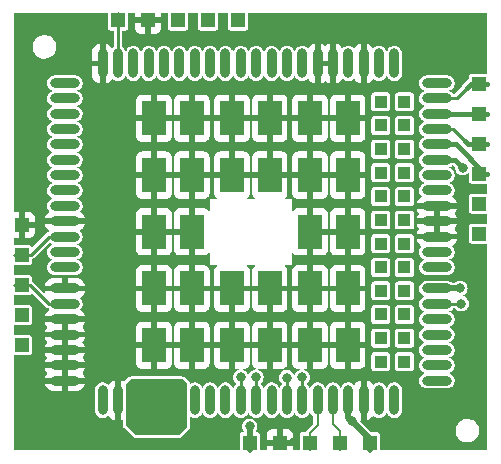
<source format=gtl>
G04 #@! TF.GenerationSoftware,KiCad,Pcbnew,8.0.0-rc1*
G04 #@! TF.CreationDate,2024-10-05T12:40:08+03:00*
G04 #@! TF.ProjectId,EC25_module,45433235-5f6d-46f6-9475-6c652e6b6963,rev?*
G04 #@! TF.SameCoordinates,Original*
G04 #@! TF.FileFunction,Copper,L1,Top*
G04 #@! TF.FilePolarity,Positive*
%FSLAX46Y46*%
G04 Gerber Fmt 4.6, Leading zero omitted, Abs format (unit mm)*
G04 Created by KiCad (PCBNEW 8.0.0-rc1) date 2024-10-05 12:40:08*
%MOMM*%
%LPD*%
G01*
G04 APERTURE LIST*
G04 #@! TA.AperFunction,CastellatedPad*
%ADD10R,1.200000X1.250000*%
G04 #@! TD*
G04 #@! TA.AperFunction,CastellatedPad*
%ADD11R,1.250000X1.200000*%
G04 #@! TD*
G04 #@! TA.AperFunction,SMDPad,CuDef*
%ADD12O,2.500000X0.800000*%
G04 #@! TD*
G04 #@! TA.AperFunction,SMDPad,CuDef*
%ADD13O,0.800000X2.500000*%
G04 #@! TD*
G04 #@! TA.AperFunction,SMDPad,CuDef*
%ADD14R,2.000000X3.000000*%
G04 #@! TD*
G04 #@! TA.AperFunction,SMDPad,CuDef*
%ADD15R,1.100000X1.100000*%
G04 #@! TD*
G04 #@! TA.AperFunction,ViaPad*
%ADD16C,0.800000*%
G04 #@! TD*
G04 #@! TA.AperFunction,Conductor*
%ADD17C,0.250000*%
G04 #@! TD*
G04 #@! TA.AperFunction,Conductor*
%ADD18C,0.381000*%
G04 #@! TD*
G04 #@! TA.AperFunction,Conductor*
%ADD19C,0.508000*%
G04 #@! TD*
G04 #@! TA.AperFunction,Conductor*
%ADD20C,0.200000*%
G04 #@! TD*
G04 APERTURE END LIST*
D10*
X125330000Y-78125000D03*
X122790000Y-78125000D03*
X120250000Y-78125000D03*
X117710000Y-78125000D03*
X115170000Y-78125000D03*
X126320000Y-113875000D03*
X128860000Y-113875000D03*
X131400000Y-113875000D03*
X133940000Y-113875000D03*
X136480000Y-113875000D03*
D11*
X145765000Y-96180000D03*
X145765000Y-93640000D03*
X145765000Y-91100000D03*
X145765000Y-88560000D03*
X145765000Y-86020000D03*
X145765000Y-83480000D03*
D12*
X142170000Y-108630000D03*
X142170000Y-107330000D03*
X142170000Y-106030000D03*
X142170000Y-104730000D03*
X142170000Y-103430000D03*
X142170000Y-102130000D03*
X142170000Y-100830000D03*
X142170000Y-96430000D03*
X142170000Y-95130000D03*
X142170000Y-93830000D03*
X142170000Y-92530000D03*
X142170000Y-91230000D03*
X142170000Y-89930000D03*
X142170000Y-88630000D03*
X142170000Y-87330000D03*
X142170000Y-86030000D03*
X142170000Y-84730000D03*
X142170000Y-83430000D03*
D13*
X135970000Y-81780000D03*
X134670000Y-81780000D03*
X133370000Y-81780000D03*
X132070000Y-81780000D03*
X130770000Y-81780000D03*
X129470000Y-81780000D03*
X128170000Y-81780000D03*
X126870000Y-81780000D03*
X125570000Y-81780000D03*
X124270000Y-81780000D03*
X122970000Y-81780000D03*
X121670000Y-81780000D03*
X120370000Y-81780000D03*
X119070000Y-81780000D03*
X117770000Y-81780000D03*
X116470000Y-81780000D03*
X115170000Y-81780000D03*
X113870000Y-81780000D03*
D12*
X110670000Y-83430000D03*
X110670000Y-84730000D03*
X110670000Y-86030000D03*
X110670000Y-87330000D03*
X110670000Y-88630000D03*
X110670000Y-89930000D03*
X110670000Y-91230000D03*
X110670000Y-92530000D03*
X110670000Y-93830000D03*
X110670000Y-95130000D03*
X110670000Y-96430000D03*
X110670000Y-100830000D03*
X110670000Y-102130000D03*
X110670000Y-103430000D03*
X110670000Y-104730000D03*
X110670000Y-106030000D03*
X110670000Y-107330000D03*
X110670000Y-108630000D03*
D13*
X113870000Y-110280000D03*
X115170000Y-110280000D03*
X116470000Y-110280000D03*
X117770000Y-110280000D03*
X119070000Y-110280000D03*
X120370000Y-110280000D03*
X121670000Y-110280000D03*
X122970000Y-110280000D03*
X124270000Y-110280000D03*
X125570000Y-110280000D03*
X126870000Y-110280000D03*
X128170000Y-110280000D03*
X129470000Y-110280000D03*
X130770000Y-110280000D03*
X132070000Y-110280000D03*
X133370000Y-110280000D03*
X134670000Y-110280000D03*
X135970000Y-110280000D03*
D14*
X118220000Y-105630000D03*
X118220000Y-100830000D03*
X118220000Y-96030000D03*
X118220000Y-91230000D03*
X118220000Y-86430000D03*
X121420000Y-105630000D03*
X121420000Y-100830000D03*
X121420000Y-96030000D03*
X121420000Y-91230000D03*
X121420000Y-86430000D03*
X124820000Y-105630000D03*
X124820000Y-100830000D03*
X124820000Y-91230000D03*
X124820000Y-86430000D03*
X128020000Y-105630000D03*
X128020000Y-100830000D03*
X128020000Y-91230000D03*
X128020000Y-86430000D03*
X131420000Y-105630000D03*
X131420000Y-100830000D03*
X131420000Y-96030000D03*
X131420000Y-91230000D03*
X131420000Y-86430000D03*
X134620000Y-105630000D03*
X134620000Y-100830000D03*
X134620000Y-96030000D03*
X134620000Y-91230000D03*
X134620000Y-86430000D03*
D13*
X137270000Y-110280000D03*
X138570000Y-110280000D03*
X137270000Y-81780000D03*
X138570000Y-81780000D03*
D15*
X137420000Y-107030000D03*
X137420000Y-105030000D03*
X137420000Y-103030000D03*
X137420000Y-101030000D03*
X137420000Y-99030000D03*
X137420000Y-97030000D03*
X137420000Y-95030000D03*
X137420000Y-93030000D03*
X137420000Y-91030000D03*
X137420000Y-89030000D03*
X137420000Y-87030000D03*
X137420000Y-85030000D03*
X139420000Y-107030000D03*
X139420000Y-105030000D03*
X139420000Y-103030000D03*
X139420000Y-101030000D03*
X139420000Y-99030000D03*
X139420000Y-97030000D03*
X139420000Y-95030000D03*
X139420000Y-93030000D03*
X139420000Y-91030000D03*
X139420000Y-89030000D03*
X139420000Y-87030000D03*
X139420000Y-85030000D03*
D12*
X142170000Y-99030000D03*
X142170000Y-97730000D03*
X110670000Y-97730000D03*
X110670000Y-99030000D03*
D11*
X107005000Y-95450000D03*
X107005000Y-97990000D03*
X107005000Y-100530000D03*
X107005000Y-103070000D03*
X107005000Y-105610000D03*
D16*
X107760000Y-92250000D03*
X108170000Y-110900000D03*
X114090000Y-91190000D03*
X111040000Y-113120000D03*
X145130000Y-108030000D03*
X111080000Y-79480000D03*
X144980000Y-104570000D03*
X145090000Y-80610000D03*
X107610000Y-82120000D03*
X114650000Y-88180000D03*
X114470000Y-96540000D03*
X114240000Y-93910000D03*
X139630000Y-113310000D03*
X138570000Y-78690000D03*
X107650000Y-89500000D03*
X107650000Y-85730000D03*
X133830000Y-78580000D03*
X114390000Y-86070000D03*
X145050000Y-78540000D03*
X142190000Y-78610000D03*
X130060000Y-113810000D03*
X129800000Y-79060000D03*
X114840000Y-106830000D03*
X114960000Y-102190000D03*
X142490000Y-80530000D03*
X108510000Y-113040000D03*
X145035000Y-99160000D03*
X114540000Y-99290000D03*
X118330000Y-112610000D03*
X117060000Y-112610000D03*
X119720000Y-112590000D03*
X126320000Y-112500000D03*
X134970000Y-112090000D03*
X130750000Y-108340000D03*
X129460000Y-108380000D03*
X144120000Y-100820000D03*
X125570000Y-108340000D03*
X144220000Y-102120000D03*
X126850000Y-108340000D03*
X144340000Y-90590000D03*
D17*
X143830000Y-84730000D02*
X142170000Y-84730000D01*
D18*
X145080000Y-83480000D02*
X146390000Y-83480000D01*
X144680000Y-83880000D02*
X145080000Y-83480000D01*
D17*
X144680000Y-83880000D02*
X143830000Y-84730000D01*
X144550000Y-88310000D02*
X143570000Y-87330000D01*
D18*
X144550000Y-88310000D02*
X144800000Y-88560000D01*
X144800000Y-88560000D02*
X146390000Y-88560000D01*
D17*
X143570000Y-87330000D02*
X142170000Y-87330000D01*
D19*
X134970000Y-112090000D02*
X136480000Y-113600000D01*
X134670000Y-110280000D02*
X134670000Y-111790000D01*
X134670000Y-111790000D02*
X134970000Y-112090000D01*
X136480000Y-113600000D02*
X136480000Y-114500000D01*
X126320000Y-114500000D02*
X126320000Y-112500000D01*
D17*
X109290000Y-102130000D02*
X110670000Y-102130000D01*
X107690000Y-100530000D02*
X109290000Y-102130000D01*
X106380000Y-100530000D02*
X107690000Y-100530000D01*
X109330000Y-96430000D02*
X110670000Y-96430000D01*
X106380000Y-97990000D02*
X107770000Y-97990000D01*
X107770000Y-97990000D02*
X109330000Y-96430000D01*
D18*
X142170000Y-86030000D02*
X146380000Y-86030000D01*
X146380000Y-86030000D02*
X146390000Y-86020000D01*
D17*
X130770000Y-108360000D02*
X130750000Y-108340000D01*
X130770000Y-110280000D02*
X130770000Y-108360000D01*
X129470000Y-108390000D02*
X129460000Y-108380000D01*
X129470000Y-110280000D02*
X129470000Y-108390000D01*
D19*
X144110000Y-100830000D02*
X144120000Y-100820000D01*
X142170000Y-100830000D02*
X144110000Y-100830000D01*
D20*
X133370000Y-112310000D02*
X133370000Y-110280000D01*
X133940000Y-112880000D02*
X133370000Y-112310000D01*
X133940000Y-114500000D02*
X133940000Y-112880000D01*
D17*
X115170000Y-81780000D02*
X115170000Y-77500000D01*
X125570000Y-108340000D02*
X125570000Y-110280000D01*
X142180000Y-102120000D02*
X142170000Y-102130000D01*
X144220000Y-102120000D02*
X142180000Y-102120000D01*
X126870000Y-110280000D02*
X126870000Y-108360000D01*
X126870000Y-108360000D02*
X126850000Y-108340000D01*
D18*
X144340000Y-90590000D02*
X143680000Y-89930000D01*
X143680000Y-89930000D02*
X142170000Y-89930000D01*
D20*
X132070000Y-112420000D02*
X132070000Y-110280000D01*
X131400000Y-114500000D02*
X131400000Y-113090000D01*
X131400000Y-113090000D02*
X132070000Y-112420000D01*
D18*
X143760000Y-88630000D02*
X146230000Y-91100000D01*
X142170000Y-88630000D02*
X143760000Y-88630000D01*
X146230000Y-91100000D02*
X146390000Y-91100000D01*
G04 #@! TA.AperFunction,Conductor*
G36*
X120644352Y-108534352D02*
G01*
X120995648Y-108885648D01*
X121010000Y-108920296D01*
X121010000Y-112529704D01*
X120995648Y-112564352D01*
X120304352Y-113255648D01*
X120269704Y-113270000D01*
X116700296Y-113270000D01*
X116665648Y-113255648D01*
X115844352Y-112434352D01*
X115830000Y-112399704D01*
X115830000Y-108960296D01*
X115844352Y-108925648D01*
X116235648Y-108534352D01*
X116270296Y-108520000D01*
X120609704Y-108520000D01*
X120644352Y-108534352D01*
G37*
G04 #@! TD.AperFunction*
G04 #@! TA.AperFunction,Conductor*
G36*
X114305148Y-77514352D02*
G01*
X114319500Y-77549000D01*
X114319500Y-78774677D01*
X114334033Y-78847739D01*
X114389398Y-78930601D01*
X114472260Y-78985966D01*
X114545326Y-79000500D01*
X114745500Y-79000500D01*
X114780148Y-79014852D01*
X114794500Y-79049500D01*
X114794500Y-80372360D01*
X114780148Y-80407008D01*
X114772724Y-80413101D01*
X114755332Y-80424722D01*
X114713311Y-80466743D01*
X114678662Y-80481094D01*
X114644014Y-80466742D01*
X114637921Y-80459317D01*
X114569076Y-80356283D01*
X114443716Y-80230923D01*
X114296306Y-80132428D01*
X114132527Y-80064588D01*
X114132520Y-80064586D01*
X114120000Y-80062095D01*
X114120000Y-83497903D01*
X114132515Y-83495414D01*
X114132526Y-83495411D01*
X114296306Y-83427571D01*
X114443716Y-83329076D01*
X114569075Y-83203717D01*
X114637921Y-83100681D01*
X114669103Y-83079846D01*
X114705886Y-83087162D01*
X114713310Y-83093255D01*
X114755331Y-83135276D01*
X114861873Y-83206465D01*
X114980256Y-83255501D01*
X115105931Y-83280500D01*
X115234069Y-83280500D01*
X115359744Y-83255501D01*
X115478127Y-83206465D01*
X115584669Y-83135276D01*
X115675276Y-83044669D01*
X115746465Y-82938127D01*
X115774730Y-82869888D01*
X115801248Y-82843370D01*
X115838751Y-82843370D01*
X115865268Y-82869886D01*
X115893535Y-82938127D01*
X115964724Y-83044669D01*
X116055331Y-83135276D01*
X116161873Y-83206465D01*
X116280256Y-83255501D01*
X116405931Y-83280500D01*
X116534069Y-83280500D01*
X116659744Y-83255501D01*
X116778127Y-83206465D01*
X116884669Y-83135276D01*
X116975276Y-83044669D01*
X117046465Y-82938127D01*
X117074730Y-82869888D01*
X117101248Y-82843370D01*
X117138751Y-82843370D01*
X117165268Y-82869886D01*
X117193535Y-82938127D01*
X117264724Y-83044669D01*
X117355331Y-83135276D01*
X117461873Y-83206465D01*
X117580256Y-83255501D01*
X117705931Y-83280500D01*
X117834069Y-83280500D01*
X117959744Y-83255501D01*
X118078127Y-83206465D01*
X118184669Y-83135276D01*
X118275276Y-83044669D01*
X118346465Y-82938127D01*
X118374730Y-82869888D01*
X118401248Y-82843370D01*
X118438751Y-82843370D01*
X118465268Y-82869886D01*
X118493535Y-82938127D01*
X118564724Y-83044669D01*
X118655331Y-83135276D01*
X118761873Y-83206465D01*
X118880256Y-83255501D01*
X119005931Y-83280500D01*
X119134069Y-83280500D01*
X119259744Y-83255501D01*
X119378127Y-83206465D01*
X119484669Y-83135276D01*
X119575276Y-83044669D01*
X119646465Y-82938127D01*
X119674730Y-82869888D01*
X119701248Y-82843370D01*
X119738751Y-82843370D01*
X119765268Y-82869886D01*
X119793535Y-82938127D01*
X119864724Y-83044669D01*
X119955331Y-83135276D01*
X120061873Y-83206465D01*
X120180256Y-83255501D01*
X120305931Y-83280500D01*
X120434069Y-83280500D01*
X120559744Y-83255501D01*
X120678127Y-83206465D01*
X120784669Y-83135276D01*
X120875276Y-83044669D01*
X120946465Y-82938127D01*
X120974730Y-82869888D01*
X121001248Y-82843370D01*
X121038751Y-82843370D01*
X121065268Y-82869886D01*
X121093535Y-82938127D01*
X121164724Y-83044669D01*
X121255331Y-83135276D01*
X121361873Y-83206465D01*
X121480256Y-83255501D01*
X121605931Y-83280500D01*
X121734069Y-83280500D01*
X121859744Y-83255501D01*
X121978127Y-83206465D01*
X122084669Y-83135276D01*
X122175276Y-83044669D01*
X122246465Y-82938127D01*
X122274730Y-82869888D01*
X122301248Y-82843370D01*
X122338751Y-82843370D01*
X122365268Y-82869886D01*
X122393535Y-82938127D01*
X122464724Y-83044669D01*
X122555331Y-83135276D01*
X122661873Y-83206465D01*
X122780256Y-83255501D01*
X122905931Y-83280500D01*
X123034069Y-83280500D01*
X123159744Y-83255501D01*
X123278127Y-83206465D01*
X123384669Y-83135276D01*
X123475276Y-83044669D01*
X123546465Y-82938127D01*
X123574730Y-82869888D01*
X123601248Y-82843370D01*
X123638751Y-82843370D01*
X123665268Y-82869886D01*
X123693535Y-82938127D01*
X123764724Y-83044669D01*
X123855331Y-83135276D01*
X123961873Y-83206465D01*
X124080256Y-83255501D01*
X124205931Y-83280500D01*
X124334069Y-83280500D01*
X124459744Y-83255501D01*
X124578127Y-83206465D01*
X124684669Y-83135276D01*
X124775276Y-83044669D01*
X124846465Y-82938127D01*
X124874730Y-82869888D01*
X124901248Y-82843370D01*
X124938751Y-82843370D01*
X124965268Y-82869886D01*
X124993535Y-82938127D01*
X125064724Y-83044669D01*
X125155331Y-83135276D01*
X125261873Y-83206465D01*
X125380256Y-83255501D01*
X125505931Y-83280500D01*
X125634069Y-83280500D01*
X125759744Y-83255501D01*
X125878127Y-83206465D01*
X125984669Y-83135276D01*
X126075276Y-83044669D01*
X126146465Y-82938127D01*
X126174730Y-82869888D01*
X126201248Y-82843370D01*
X126238751Y-82843370D01*
X126265268Y-82869886D01*
X126293535Y-82938127D01*
X126364724Y-83044669D01*
X126455331Y-83135276D01*
X126561873Y-83206465D01*
X126680256Y-83255501D01*
X126805931Y-83280500D01*
X126934069Y-83280500D01*
X127059744Y-83255501D01*
X127178127Y-83206465D01*
X127284669Y-83135276D01*
X127375276Y-83044669D01*
X127446465Y-82938127D01*
X127474730Y-82869888D01*
X127501248Y-82843370D01*
X127538751Y-82843370D01*
X127565268Y-82869886D01*
X127593535Y-82938127D01*
X127664724Y-83044669D01*
X127755331Y-83135276D01*
X127861873Y-83206465D01*
X127980256Y-83255501D01*
X128105931Y-83280500D01*
X128234069Y-83280500D01*
X128359744Y-83255501D01*
X128478127Y-83206465D01*
X128584669Y-83135276D01*
X128675276Y-83044669D01*
X128746465Y-82938127D01*
X128774730Y-82869888D01*
X128801248Y-82843370D01*
X128838751Y-82843370D01*
X128865268Y-82869886D01*
X128893535Y-82938127D01*
X128964724Y-83044669D01*
X129055331Y-83135276D01*
X129161873Y-83206465D01*
X129280256Y-83255501D01*
X129405931Y-83280500D01*
X129534069Y-83280500D01*
X129659744Y-83255501D01*
X129778127Y-83206465D01*
X129884669Y-83135276D01*
X129975276Y-83044669D01*
X130046465Y-82938127D01*
X130074730Y-82869888D01*
X130101248Y-82843370D01*
X130138751Y-82843370D01*
X130165268Y-82869886D01*
X130193535Y-82938127D01*
X130264724Y-83044669D01*
X130355331Y-83135276D01*
X130461873Y-83206465D01*
X130580256Y-83255501D01*
X130705931Y-83280500D01*
X130834069Y-83280500D01*
X130959744Y-83255501D01*
X131078127Y-83206465D01*
X131184669Y-83135276D01*
X131226689Y-83093255D01*
X131261334Y-83078904D01*
X131295982Y-83093255D01*
X131302077Y-83100681D01*
X131370923Y-83203716D01*
X131496283Y-83329076D01*
X131643693Y-83427571D01*
X131807473Y-83495411D01*
X131807484Y-83495414D01*
X131820000Y-83497903D01*
X131820000Y-82030000D01*
X132320000Y-82030000D01*
X132320000Y-83497903D01*
X132332515Y-83495414D01*
X132332526Y-83495411D01*
X132496306Y-83427571D01*
X132643716Y-83329076D01*
X132685352Y-83287441D01*
X132720000Y-83273089D01*
X132754648Y-83287441D01*
X132796283Y-83329076D01*
X132943693Y-83427571D01*
X133107473Y-83495411D01*
X133107484Y-83495414D01*
X133120000Y-83497903D01*
X133620000Y-83497903D01*
X133632515Y-83495414D01*
X133632526Y-83495411D01*
X133796306Y-83427571D01*
X133943716Y-83329076D01*
X134069075Y-83203717D01*
X134137921Y-83100681D01*
X134169103Y-83079846D01*
X134205886Y-83087162D01*
X134213310Y-83093255D01*
X134255331Y-83135276D01*
X134361873Y-83206465D01*
X134480256Y-83255501D01*
X134605931Y-83280500D01*
X134734069Y-83280500D01*
X134859744Y-83255501D01*
X134978127Y-83206465D01*
X135084669Y-83135276D01*
X135126689Y-83093255D01*
X135161334Y-83078904D01*
X135195982Y-83093255D01*
X135202077Y-83100681D01*
X135270923Y-83203716D01*
X135396283Y-83329076D01*
X135543693Y-83427571D01*
X135707473Y-83495411D01*
X135707484Y-83495414D01*
X135720000Y-83497903D01*
X135720000Y-80062095D01*
X136220000Y-80062095D01*
X136220000Y-83497903D01*
X136232515Y-83495414D01*
X136232526Y-83495411D01*
X136396306Y-83427571D01*
X136543716Y-83329076D01*
X136669075Y-83203717D01*
X136737921Y-83100681D01*
X136769103Y-83079846D01*
X136805886Y-83087162D01*
X136813310Y-83093255D01*
X136855331Y-83135276D01*
X136961873Y-83206465D01*
X137080256Y-83255501D01*
X137205931Y-83280500D01*
X137334069Y-83280500D01*
X137459744Y-83255501D01*
X137578127Y-83206465D01*
X137684669Y-83135276D01*
X137775276Y-83044669D01*
X137846465Y-82938127D01*
X137874730Y-82869888D01*
X137901248Y-82843370D01*
X137938751Y-82843370D01*
X137965268Y-82869886D01*
X137993535Y-82938127D01*
X138064724Y-83044669D01*
X138155331Y-83135276D01*
X138261873Y-83206465D01*
X138380256Y-83255501D01*
X138505931Y-83280500D01*
X138634069Y-83280500D01*
X138759744Y-83255501D01*
X138878127Y-83206465D01*
X138984669Y-83135276D01*
X139075276Y-83044669D01*
X139146465Y-82938127D01*
X139195501Y-82819744D01*
X139220500Y-82694069D01*
X139220500Y-80865931D01*
X139195501Y-80740256D01*
X139146465Y-80621873D01*
X139075276Y-80515331D01*
X138984669Y-80424724D01*
X138984666Y-80424722D01*
X138920607Y-80381919D01*
X138878127Y-80353535D01*
X138759744Y-80304499D01*
X138759742Y-80304498D01*
X138759737Y-80304497D01*
X138634072Y-80279500D01*
X138634069Y-80279500D01*
X138505931Y-80279500D01*
X138505927Y-80279500D01*
X138380262Y-80304497D01*
X138380257Y-80304498D01*
X138261874Y-80353534D01*
X138155331Y-80424723D01*
X138064723Y-80515331D01*
X137993534Y-80621874D01*
X137965270Y-80690111D01*
X137938751Y-80716629D01*
X137901248Y-80716629D01*
X137874730Y-80690111D01*
X137866456Y-80670135D01*
X137846465Y-80621873D01*
X137775276Y-80515331D01*
X137684669Y-80424724D01*
X137684666Y-80424722D01*
X137620607Y-80381919D01*
X137578127Y-80353535D01*
X137459744Y-80304499D01*
X137459742Y-80304498D01*
X137459737Y-80304497D01*
X137334072Y-80279500D01*
X137334069Y-80279500D01*
X137205931Y-80279500D01*
X137205927Y-80279500D01*
X137080262Y-80304497D01*
X137080257Y-80304498D01*
X136961874Y-80353534D01*
X136855330Y-80424724D01*
X136813311Y-80466743D01*
X136778662Y-80481094D01*
X136744014Y-80466742D01*
X136737921Y-80459317D01*
X136669076Y-80356283D01*
X136543716Y-80230923D01*
X136396306Y-80132428D01*
X136232527Y-80064588D01*
X136232520Y-80064586D01*
X136220000Y-80062095D01*
X135720000Y-80062095D01*
X135707479Y-80064586D01*
X135707472Y-80064588D01*
X135543693Y-80132428D01*
X135396283Y-80230923D01*
X135270923Y-80356283D01*
X135202078Y-80459318D01*
X135170895Y-80480153D01*
X135134113Y-80472837D01*
X135126688Y-80466743D01*
X135084668Y-80424723D01*
X135020607Y-80381919D01*
X134978127Y-80353535D01*
X134859744Y-80304499D01*
X134859742Y-80304498D01*
X134859737Y-80304497D01*
X134734072Y-80279500D01*
X134734069Y-80279500D01*
X134605931Y-80279500D01*
X134605927Y-80279500D01*
X134480262Y-80304497D01*
X134480257Y-80304498D01*
X134361874Y-80353534D01*
X134255330Y-80424724D01*
X134213311Y-80466743D01*
X134178662Y-80481094D01*
X134144014Y-80466742D01*
X134137921Y-80459317D01*
X134069076Y-80356283D01*
X133943716Y-80230923D01*
X133796306Y-80132428D01*
X133632527Y-80064588D01*
X133632520Y-80064586D01*
X133620000Y-80062095D01*
X133620000Y-83497903D01*
X133120000Y-83497903D01*
X133120000Y-82030000D01*
X132320000Y-82030000D01*
X131820000Y-82030000D01*
X131820000Y-81530000D01*
X132320000Y-81530000D01*
X133120000Y-81530000D01*
X133120000Y-80062095D01*
X133107479Y-80064586D01*
X133107472Y-80064588D01*
X132943693Y-80132428D01*
X132796283Y-80230923D01*
X132754648Y-80272559D01*
X132720000Y-80286911D01*
X132685352Y-80272559D01*
X132643716Y-80230923D01*
X132496306Y-80132428D01*
X132332527Y-80064588D01*
X132332520Y-80064586D01*
X132320000Y-80062095D01*
X132320000Y-81530000D01*
X131820000Y-81530000D01*
X131820000Y-80062095D01*
X131807479Y-80064586D01*
X131807472Y-80064588D01*
X131643693Y-80132428D01*
X131496283Y-80230923D01*
X131370923Y-80356283D01*
X131302078Y-80459318D01*
X131270895Y-80480153D01*
X131234113Y-80472837D01*
X131226688Y-80466743D01*
X131184668Y-80424723D01*
X131120607Y-80381919D01*
X131078127Y-80353535D01*
X130959744Y-80304499D01*
X130959742Y-80304498D01*
X130959737Y-80304497D01*
X130834072Y-80279500D01*
X130834069Y-80279500D01*
X130705931Y-80279500D01*
X130705927Y-80279500D01*
X130580262Y-80304497D01*
X130580257Y-80304498D01*
X130461874Y-80353534D01*
X130355331Y-80424723D01*
X130264723Y-80515331D01*
X130193534Y-80621874D01*
X130165270Y-80690111D01*
X130138751Y-80716629D01*
X130101248Y-80716629D01*
X130074730Y-80690111D01*
X130066456Y-80670135D01*
X130046465Y-80621873D01*
X129975276Y-80515331D01*
X129884669Y-80424724D01*
X129884666Y-80424722D01*
X129820607Y-80381919D01*
X129778127Y-80353535D01*
X129659744Y-80304499D01*
X129659742Y-80304498D01*
X129659737Y-80304497D01*
X129534072Y-80279500D01*
X129534069Y-80279500D01*
X129405931Y-80279500D01*
X129405927Y-80279500D01*
X129280262Y-80304497D01*
X129280257Y-80304498D01*
X129161874Y-80353534D01*
X129055331Y-80424723D01*
X128964723Y-80515331D01*
X128893534Y-80621874D01*
X128865270Y-80690111D01*
X128838751Y-80716629D01*
X128801248Y-80716629D01*
X128774730Y-80690111D01*
X128766456Y-80670135D01*
X128746465Y-80621873D01*
X128675276Y-80515331D01*
X128584669Y-80424724D01*
X128584666Y-80424722D01*
X128520607Y-80381919D01*
X128478127Y-80353535D01*
X128359744Y-80304499D01*
X128359742Y-80304498D01*
X128359737Y-80304497D01*
X128234072Y-80279500D01*
X128234069Y-80279500D01*
X128105931Y-80279500D01*
X128105927Y-80279500D01*
X127980262Y-80304497D01*
X127980257Y-80304498D01*
X127861874Y-80353534D01*
X127755331Y-80424723D01*
X127664723Y-80515331D01*
X127593534Y-80621874D01*
X127565270Y-80690111D01*
X127538751Y-80716629D01*
X127501248Y-80716629D01*
X127474730Y-80690111D01*
X127466456Y-80670135D01*
X127446465Y-80621873D01*
X127375276Y-80515331D01*
X127284669Y-80424724D01*
X127284666Y-80424722D01*
X127220607Y-80381919D01*
X127178127Y-80353535D01*
X127059744Y-80304499D01*
X127059742Y-80304498D01*
X127059737Y-80304497D01*
X126934072Y-80279500D01*
X126934069Y-80279500D01*
X126805931Y-80279500D01*
X126805927Y-80279500D01*
X126680262Y-80304497D01*
X126680257Y-80304498D01*
X126561874Y-80353534D01*
X126455331Y-80424723D01*
X126364723Y-80515331D01*
X126293534Y-80621874D01*
X126265270Y-80690111D01*
X126238751Y-80716629D01*
X126201248Y-80716629D01*
X126174730Y-80690111D01*
X126166456Y-80670135D01*
X126146465Y-80621873D01*
X126075276Y-80515331D01*
X125984669Y-80424724D01*
X125984666Y-80424722D01*
X125920607Y-80381919D01*
X125878127Y-80353535D01*
X125759744Y-80304499D01*
X125759742Y-80304498D01*
X125759737Y-80304497D01*
X125634072Y-80279500D01*
X125634069Y-80279500D01*
X125505931Y-80279500D01*
X125505927Y-80279500D01*
X125380262Y-80304497D01*
X125380257Y-80304498D01*
X125261874Y-80353534D01*
X125155331Y-80424723D01*
X125064723Y-80515331D01*
X124993534Y-80621874D01*
X124965270Y-80690111D01*
X124938751Y-80716629D01*
X124901248Y-80716629D01*
X124874730Y-80690111D01*
X124866456Y-80670135D01*
X124846465Y-80621873D01*
X124775276Y-80515331D01*
X124684669Y-80424724D01*
X124684666Y-80424722D01*
X124620607Y-80381919D01*
X124578127Y-80353535D01*
X124459744Y-80304499D01*
X124459742Y-80304498D01*
X124459737Y-80304497D01*
X124334072Y-80279500D01*
X124334069Y-80279500D01*
X124205931Y-80279500D01*
X124205927Y-80279500D01*
X124080262Y-80304497D01*
X124080257Y-80304498D01*
X123961874Y-80353534D01*
X123855331Y-80424723D01*
X123764723Y-80515331D01*
X123693534Y-80621874D01*
X123665270Y-80690111D01*
X123638751Y-80716629D01*
X123601248Y-80716629D01*
X123574730Y-80690111D01*
X123566456Y-80670135D01*
X123546465Y-80621873D01*
X123475276Y-80515331D01*
X123384669Y-80424724D01*
X123384666Y-80424722D01*
X123320607Y-80381919D01*
X123278127Y-80353535D01*
X123159744Y-80304499D01*
X123159742Y-80304498D01*
X123159737Y-80304497D01*
X123034072Y-80279500D01*
X123034069Y-80279500D01*
X122905931Y-80279500D01*
X122905927Y-80279500D01*
X122780262Y-80304497D01*
X122780257Y-80304498D01*
X122661874Y-80353534D01*
X122555331Y-80424723D01*
X122464723Y-80515331D01*
X122393534Y-80621874D01*
X122365270Y-80690111D01*
X122338751Y-80716629D01*
X122301248Y-80716629D01*
X122274730Y-80690111D01*
X122266456Y-80670135D01*
X122246465Y-80621873D01*
X122175276Y-80515331D01*
X122084669Y-80424724D01*
X122084666Y-80424722D01*
X122020607Y-80381919D01*
X121978127Y-80353535D01*
X121859744Y-80304499D01*
X121859742Y-80304498D01*
X121859737Y-80304497D01*
X121734072Y-80279500D01*
X121734069Y-80279500D01*
X121605931Y-80279500D01*
X121605927Y-80279500D01*
X121480262Y-80304497D01*
X121480257Y-80304498D01*
X121361874Y-80353534D01*
X121255331Y-80424723D01*
X121164723Y-80515331D01*
X121093534Y-80621874D01*
X121065270Y-80690111D01*
X121038751Y-80716629D01*
X121001248Y-80716629D01*
X120974730Y-80690111D01*
X120966456Y-80670135D01*
X120946465Y-80621873D01*
X120875276Y-80515331D01*
X120784669Y-80424724D01*
X120784666Y-80424722D01*
X120720607Y-80381919D01*
X120678127Y-80353535D01*
X120559744Y-80304499D01*
X120559742Y-80304498D01*
X120559737Y-80304497D01*
X120434072Y-80279500D01*
X120434069Y-80279500D01*
X120305931Y-80279500D01*
X120305927Y-80279500D01*
X120180262Y-80304497D01*
X120180257Y-80304498D01*
X120061874Y-80353534D01*
X119955331Y-80424723D01*
X119864723Y-80515331D01*
X119793534Y-80621874D01*
X119765270Y-80690111D01*
X119738751Y-80716629D01*
X119701248Y-80716629D01*
X119674730Y-80690111D01*
X119666456Y-80670135D01*
X119646465Y-80621873D01*
X119575276Y-80515331D01*
X119484669Y-80424724D01*
X119484666Y-80424722D01*
X119420607Y-80381919D01*
X119378127Y-80353535D01*
X119259744Y-80304499D01*
X119259742Y-80304498D01*
X119259737Y-80304497D01*
X119134072Y-80279500D01*
X119134069Y-80279500D01*
X119005931Y-80279500D01*
X119005927Y-80279500D01*
X118880262Y-80304497D01*
X118880257Y-80304498D01*
X118761874Y-80353534D01*
X118655331Y-80424723D01*
X118564723Y-80515331D01*
X118493534Y-80621874D01*
X118465270Y-80690111D01*
X118438751Y-80716629D01*
X118401248Y-80716629D01*
X118374730Y-80690111D01*
X118366456Y-80670135D01*
X118346465Y-80621873D01*
X118275276Y-80515331D01*
X118184669Y-80424724D01*
X118184666Y-80424722D01*
X118120607Y-80381919D01*
X118078127Y-80353535D01*
X117959744Y-80304499D01*
X117959742Y-80304498D01*
X117959737Y-80304497D01*
X117834072Y-80279500D01*
X117834069Y-80279500D01*
X117705931Y-80279500D01*
X117705927Y-80279500D01*
X117580262Y-80304497D01*
X117580257Y-80304498D01*
X117461874Y-80353534D01*
X117355331Y-80424723D01*
X117264723Y-80515331D01*
X117193534Y-80621874D01*
X117165270Y-80690111D01*
X117138751Y-80716629D01*
X117101248Y-80716629D01*
X117074730Y-80690111D01*
X117066456Y-80670135D01*
X117046465Y-80621873D01*
X116975276Y-80515331D01*
X116884669Y-80424724D01*
X116884666Y-80424722D01*
X116820607Y-80381919D01*
X116778127Y-80353535D01*
X116659744Y-80304499D01*
X116659742Y-80304498D01*
X116659737Y-80304497D01*
X116534072Y-80279500D01*
X116534069Y-80279500D01*
X116405931Y-80279500D01*
X116405927Y-80279500D01*
X116280262Y-80304497D01*
X116280257Y-80304498D01*
X116161874Y-80353534D01*
X116055331Y-80424723D01*
X115964723Y-80515331D01*
X115893534Y-80621874D01*
X115865270Y-80690111D01*
X115838751Y-80716629D01*
X115801248Y-80716629D01*
X115774730Y-80690111D01*
X115766456Y-80670135D01*
X115746465Y-80621873D01*
X115675276Y-80515331D01*
X115584669Y-80424724D01*
X115584668Y-80424723D01*
X115584666Y-80424721D01*
X115567277Y-80413102D01*
X115546441Y-80381919D01*
X115545500Y-80372360D01*
X115545500Y-79049500D01*
X115559852Y-79014852D01*
X115594500Y-79000500D01*
X115794674Y-79000500D01*
X115867740Y-78985966D01*
X115950601Y-78930601D01*
X116005966Y-78847740D01*
X116020500Y-78774674D01*
X116020500Y-78375000D01*
X116610000Y-78375000D01*
X116610000Y-78797834D01*
X116616401Y-78857372D01*
X116616401Y-78857373D01*
X116666648Y-78992091D01*
X116752811Y-79107188D01*
X116867908Y-79193351D01*
X117002626Y-79243598D01*
X117062166Y-79250000D01*
X117460000Y-79250000D01*
X117460000Y-78375000D01*
X117960000Y-78375000D01*
X117960000Y-79250000D01*
X118357834Y-79250000D01*
X118417372Y-79243598D01*
X118417373Y-79243598D01*
X118552091Y-79193351D01*
X118667188Y-79107188D01*
X118753351Y-78992091D01*
X118803598Y-78857373D01*
X118803598Y-78857372D01*
X118810000Y-78797834D01*
X118810000Y-78375000D01*
X117960000Y-78375000D01*
X117460000Y-78375000D01*
X116610000Y-78375000D01*
X116020500Y-78375000D01*
X116020500Y-77549000D01*
X116034852Y-77514352D01*
X116069500Y-77500000D01*
X116561000Y-77500000D01*
X116595648Y-77514352D01*
X116610000Y-77549000D01*
X116610000Y-77875000D01*
X117236473Y-77875000D01*
X117341592Y-77980119D01*
X117478409Y-78059111D01*
X117631009Y-78100000D01*
X117788991Y-78100000D01*
X117941591Y-78059111D01*
X118078408Y-77980119D01*
X118183527Y-77875000D01*
X118810000Y-77875000D01*
X118810000Y-77549000D01*
X118824352Y-77514352D01*
X118859000Y-77500000D01*
X119350500Y-77500000D01*
X119385148Y-77514352D01*
X119399500Y-77549000D01*
X119399500Y-78774677D01*
X119414033Y-78847739D01*
X119469398Y-78930601D01*
X119552260Y-78985966D01*
X119625326Y-79000500D01*
X120874674Y-79000500D01*
X120947740Y-78985966D01*
X121030601Y-78930601D01*
X121085966Y-78847740D01*
X121100500Y-78774674D01*
X121100500Y-77549000D01*
X121114852Y-77514352D01*
X121149500Y-77500000D01*
X121890500Y-77500000D01*
X121925148Y-77514352D01*
X121939500Y-77549000D01*
X121939500Y-78774677D01*
X121954033Y-78847739D01*
X122009398Y-78930601D01*
X122092260Y-78985966D01*
X122165326Y-79000500D01*
X123414674Y-79000500D01*
X123487740Y-78985966D01*
X123570601Y-78930601D01*
X123625966Y-78847740D01*
X123640500Y-78774674D01*
X123640500Y-77549000D01*
X123654852Y-77514352D01*
X123689500Y-77500000D01*
X124430500Y-77500000D01*
X124465148Y-77514352D01*
X124479500Y-77549000D01*
X124479500Y-78774677D01*
X124494033Y-78847739D01*
X124549398Y-78930601D01*
X124632260Y-78985966D01*
X124705326Y-79000500D01*
X125954674Y-79000500D01*
X126027740Y-78985966D01*
X126110601Y-78930601D01*
X126165966Y-78847740D01*
X126180500Y-78774674D01*
X126180500Y-77549000D01*
X126194852Y-77514352D01*
X126229500Y-77500000D01*
X146341000Y-77500000D01*
X146375648Y-77514352D01*
X146390000Y-77549000D01*
X146390000Y-82580500D01*
X146375648Y-82615148D01*
X146341000Y-82629500D01*
X145115322Y-82629500D01*
X145042260Y-82644033D01*
X144959398Y-82699398D01*
X144904033Y-82782260D01*
X144889500Y-82855322D01*
X144889500Y-83052472D01*
X144875148Y-83087120D01*
X144865000Y-83094907D01*
X144818294Y-83121873D01*
X144809225Y-83127108D01*
X144809216Y-83127115D01*
X144327114Y-83609217D01*
X144327107Y-83609226D01*
X144269055Y-83709778D01*
X144269053Y-83709782D01*
X144254102Y-83765576D01*
X144241420Y-83787541D01*
X143688815Y-84340148D01*
X143654167Y-84354500D01*
X143577639Y-84354500D01*
X143542991Y-84340148D01*
X143536896Y-84332722D01*
X143535411Y-84330500D01*
X143525276Y-84315331D01*
X143434669Y-84224724D01*
X143328127Y-84153535D01*
X143328124Y-84153533D01*
X143328123Y-84153533D01*
X143259889Y-84125270D01*
X143233370Y-84098752D01*
X143233370Y-84061249D01*
X143259886Y-84034731D01*
X143328127Y-84006465D01*
X143434669Y-83935276D01*
X143525276Y-83844669D01*
X143596465Y-83738127D01*
X143645501Y-83619744D01*
X143670500Y-83494069D01*
X143670500Y-83365931D01*
X143645501Y-83240256D01*
X143596465Y-83121873D01*
X143525276Y-83015331D01*
X143434669Y-82924724D01*
X143328127Y-82853535D01*
X143245656Y-82819374D01*
X143209742Y-82804498D01*
X143209737Y-82804497D01*
X143084072Y-82779500D01*
X143084069Y-82779500D01*
X141255931Y-82779500D01*
X141255927Y-82779500D01*
X141130262Y-82804497D01*
X141130257Y-82804498D01*
X141011874Y-82853534D01*
X140905331Y-82924723D01*
X140814723Y-83015331D01*
X140743534Y-83121874D01*
X140694498Y-83240257D01*
X140694497Y-83240262D01*
X140669500Y-83365927D01*
X140669500Y-83494072D01*
X140694497Y-83619737D01*
X140694498Y-83619742D01*
X140731794Y-83709781D01*
X140743535Y-83738127D01*
X140814724Y-83844669D01*
X140905331Y-83935276D01*
X141011873Y-84006465D01*
X141049769Y-84022162D01*
X141080111Y-84034730D01*
X141106629Y-84061249D01*
X141106629Y-84098752D01*
X141080111Y-84125270D01*
X141011874Y-84153534D01*
X140905331Y-84224723D01*
X140814723Y-84315331D01*
X140743534Y-84421874D01*
X140694498Y-84540257D01*
X140694497Y-84540262D01*
X140669500Y-84665927D01*
X140669500Y-84794072D01*
X140694497Y-84919737D01*
X140694498Y-84919742D01*
X140694499Y-84919744D01*
X140743535Y-85038127D01*
X140779370Y-85091757D01*
X140803103Y-85127278D01*
X140814724Y-85144669D01*
X140905331Y-85235276D01*
X141011873Y-85306465D01*
X141080111Y-85334730D01*
X141106629Y-85361249D01*
X141106629Y-85398752D01*
X141080111Y-85425270D01*
X141011874Y-85453534D01*
X140905331Y-85524723D01*
X140814723Y-85615331D01*
X140743534Y-85721874D01*
X140694498Y-85840257D01*
X140694497Y-85840262D01*
X140669500Y-85965927D01*
X140669500Y-86094072D01*
X140694497Y-86219737D01*
X140694498Y-86219742D01*
X140694499Y-86219744D01*
X140743535Y-86338127D01*
X140814724Y-86444669D01*
X140905331Y-86535276D01*
X141011873Y-86606465D01*
X141080111Y-86634730D01*
X141106629Y-86661249D01*
X141106629Y-86698752D01*
X141080111Y-86725270D01*
X141011874Y-86753534D01*
X140905331Y-86824723D01*
X140814723Y-86915331D01*
X140743534Y-87021874D01*
X140694498Y-87140257D01*
X140694497Y-87140262D01*
X140669500Y-87265927D01*
X140669500Y-87394072D01*
X140694497Y-87519737D01*
X140694498Y-87519742D01*
X140743534Y-87638125D01*
X140813063Y-87742184D01*
X140814724Y-87744669D01*
X140905331Y-87835276D01*
X141011873Y-87906465D01*
X141080111Y-87934730D01*
X141106629Y-87961249D01*
X141106629Y-87998752D01*
X141080111Y-88025270D01*
X141011874Y-88053534D01*
X140905331Y-88124723D01*
X140814723Y-88215331D01*
X140743534Y-88321874D01*
X140694498Y-88440257D01*
X140694497Y-88440262D01*
X140669500Y-88565927D01*
X140669500Y-88694072D01*
X140694497Y-88819737D01*
X140694498Y-88819742D01*
X140694499Y-88819744D01*
X140743535Y-88938127D01*
X140814724Y-89044669D01*
X140905331Y-89135276D01*
X141011873Y-89206465D01*
X141080111Y-89234730D01*
X141106629Y-89261249D01*
X141106629Y-89298752D01*
X141080111Y-89325270D01*
X141011874Y-89353534D01*
X140905331Y-89424723D01*
X140814723Y-89515331D01*
X140743534Y-89621874D01*
X140694498Y-89740257D01*
X140694497Y-89740262D01*
X140669500Y-89865927D01*
X140669500Y-89994072D01*
X140694497Y-90119737D01*
X140694498Y-90119742D01*
X140739962Y-90229500D01*
X140743535Y-90238127D01*
X140814724Y-90344669D01*
X140905331Y-90435276D01*
X141011873Y-90506465D01*
X141080111Y-90534730D01*
X141106629Y-90561249D01*
X141106629Y-90598752D01*
X141080111Y-90625270D01*
X141011874Y-90653534D01*
X140905331Y-90724723D01*
X140814723Y-90815331D01*
X140743534Y-90921874D01*
X140694498Y-91040257D01*
X140694497Y-91040262D01*
X140669500Y-91165927D01*
X140669500Y-91294072D01*
X140694497Y-91419737D01*
X140694498Y-91419742D01*
X140694499Y-91419744D01*
X140743535Y-91538127D01*
X140814724Y-91644669D01*
X140905331Y-91735276D01*
X141011873Y-91806465D01*
X141080111Y-91834730D01*
X141106629Y-91861249D01*
X141106629Y-91898752D01*
X141080111Y-91925270D01*
X141011874Y-91953534D01*
X140905331Y-92024723D01*
X140814723Y-92115331D01*
X140743534Y-92221874D01*
X140694498Y-92340257D01*
X140694497Y-92340262D01*
X140669500Y-92465927D01*
X140669500Y-92594072D01*
X140694497Y-92719737D01*
X140694498Y-92719742D01*
X140694499Y-92719744D01*
X140743535Y-92838127D01*
X140775721Y-92886297D01*
X140814723Y-92944668D01*
X140856743Y-92986688D01*
X140871095Y-93021336D01*
X140856743Y-93055984D01*
X140849318Y-93062078D01*
X140746283Y-93130923D01*
X140620923Y-93256283D01*
X140522428Y-93403693D01*
X140454588Y-93567473D01*
X140454585Y-93567484D01*
X140452096Y-93580000D01*
X143887903Y-93580000D01*
X143885414Y-93567484D01*
X143885411Y-93567473D01*
X143817571Y-93403693D01*
X143719076Y-93256283D01*
X143593716Y-93130923D01*
X143593717Y-93130923D01*
X143490681Y-93062077D01*
X143469845Y-93030894D01*
X143477162Y-92994112D01*
X143483247Y-92986697D01*
X143525276Y-92944669D01*
X143596465Y-92838127D01*
X143645501Y-92719744D01*
X143670500Y-92594069D01*
X143670500Y-92465931D01*
X143645501Y-92340256D01*
X143596465Y-92221873D01*
X143525276Y-92115331D01*
X143434669Y-92024724D01*
X143328127Y-91953535D01*
X143328124Y-91953533D01*
X143328123Y-91953533D01*
X143259889Y-91925270D01*
X143233370Y-91898752D01*
X143233370Y-91861249D01*
X143259886Y-91834731D01*
X143328127Y-91806465D01*
X143434669Y-91735276D01*
X143525276Y-91644669D01*
X143596465Y-91538127D01*
X143645501Y-91419744D01*
X143670500Y-91294069D01*
X143670500Y-91165931D01*
X143645501Y-91040256D01*
X143596465Y-90921873D01*
X143525276Y-90815331D01*
X143434669Y-90724724D01*
X143328127Y-90653535D01*
X143328124Y-90653533D01*
X143328123Y-90653533D01*
X143259889Y-90625270D01*
X143233370Y-90598752D01*
X143233370Y-90561249D01*
X143259886Y-90534731D01*
X143328127Y-90506465D01*
X143434669Y-90435276D01*
X143463491Y-90406452D01*
X143498137Y-90392102D01*
X143532784Y-90406452D01*
X143532786Y-90406454D01*
X143671274Y-90544942D01*
X143685626Y-90579590D01*
X143685269Y-90585493D01*
X143684722Y-90590000D01*
X143694242Y-90668409D01*
X143703763Y-90746819D01*
X143759780Y-90894524D01*
X143790499Y-90939028D01*
X143849517Y-91024530D01*
X143849519Y-91024531D01*
X143849520Y-91024533D01*
X143867268Y-91040256D01*
X143967760Y-91129283D01*
X144107635Y-91202696D01*
X144261015Y-91240500D01*
X144261016Y-91240500D01*
X144418983Y-91240500D01*
X144418985Y-91240500D01*
X144572365Y-91202696D01*
X144712240Y-91129283D01*
X144808008Y-91044440D01*
X144843459Y-91032207D01*
X144877177Y-91048625D01*
X144889500Y-91081118D01*
X144889500Y-91724677D01*
X144904033Y-91797739D01*
X144959398Y-91880601D01*
X144986564Y-91898752D01*
X145042260Y-91935966D01*
X145115326Y-91950500D01*
X146341000Y-91950500D01*
X146375648Y-91964852D01*
X146390000Y-91999500D01*
X146390000Y-92740500D01*
X146375648Y-92775148D01*
X146341000Y-92789500D01*
X145115322Y-92789500D01*
X145042260Y-92804033D01*
X144959398Y-92859398D01*
X144904033Y-92942260D01*
X144889500Y-93015322D01*
X144889500Y-94264677D01*
X144904033Y-94337739D01*
X144959398Y-94420601D01*
X145011631Y-94455501D01*
X145042260Y-94475966D01*
X145115326Y-94490500D01*
X146341000Y-94490500D01*
X146375648Y-94504852D01*
X146390000Y-94539500D01*
X146390000Y-95280500D01*
X146375648Y-95315148D01*
X146341000Y-95329500D01*
X145115322Y-95329500D01*
X145042260Y-95344033D01*
X144959398Y-95399398D01*
X144904033Y-95482260D01*
X144889500Y-95555322D01*
X144889500Y-96804677D01*
X144904033Y-96877739D01*
X144959398Y-96960601D01*
X145028042Y-97006466D01*
X145042260Y-97015966D01*
X145115326Y-97030500D01*
X146341000Y-97030500D01*
X146375648Y-97044852D01*
X146390000Y-97079500D01*
X146390000Y-114451000D01*
X146375648Y-114485648D01*
X146341000Y-114500000D01*
X137379500Y-114500000D01*
X137344852Y-114485648D01*
X137330500Y-114451000D01*
X137330500Y-113225326D01*
X137330499Y-113225322D01*
X137315966Y-113152260D01*
X137260601Y-113069398D01*
X137177739Y-113014033D01*
X137104677Y-112999500D01*
X137104674Y-112999500D01*
X136613266Y-112999500D01*
X136578618Y-112985148D01*
X136453470Y-112860000D01*
X143747422Y-112860000D01*
X143767944Y-113061821D01*
X143811979Y-113202165D01*
X143828673Y-113255373D01*
X143866488Y-113323503D01*
X143927118Y-113432739D01*
X143927124Y-113432746D01*
X143990056Y-113506053D01*
X144059257Y-113586662D01*
X144219672Y-113710832D01*
X144219677Y-113710834D01*
X144219678Y-113710835D01*
X144401796Y-113800169D01*
X144401798Y-113800169D01*
X144401799Y-113800170D01*
X144598182Y-113851017D01*
X144772790Y-113859872D01*
X144800777Y-113861292D01*
X144800777Y-113861291D01*
X144800780Y-113861292D01*
X145001299Y-113830573D01*
X145191530Y-113760120D01*
X145363684Y-113652815D01*
X145510715Y-113513052D01*
X145626601Y-113346553D01*
X145706600Y-113160135D01*
X145747435Y-112961429D01*
X145750000Y-112860000D01*
X145747435Y-112758571D01*
X145706600Y-112559865D01*
X145626601Y-112373447D01*
X145510715Y-112206948D01*
X145481492Y-112179170D01*
X145363685Y-112067186D01*
X145363684Y-112067185D01*
X145191530Y-111959880D01*
X145191529Y-111959879D01*
X145191528Y-111959879D01*
X145096414Y-111924653D01*
X145001299Y-111889427D01*
X145001295Y-111889426D01*
X145001294Y-111889426D01*
X144914464Y-111876124D01*
X144800780Y-111858708D01*
X144800778Y-111858708D01*
X144800777Y-111858707D01*
X144606724Y-111868549D01*
X144598182Y-111868983D01*
X144598179Y-111868983D01*
X144401796Y-111919830D01*
X144219678Y-112009164D01*
X144219668Y-112009170D01*
X144059262Y-112133333D01*
X144059252Y-112133343D01*
X143927124Y-112287253D01*
X143927118Y-112287260D01*
X143828673Y-112464627D01*
X143767944Y-112658178D01*
X143747422Y-112860000D01*
X136453470Y-112860000D01*
X135673656Y-112080185D01*
X135659304Y-112045537D01*
X135673656Y-112010889D01*
X135708304Y-111996537D01*
X135717862Y-111997478D01*
X135720000Y-111997903D01*
X135720000Y-108562095D01*
X136220000Y-108562095D01*
X136220000Y-111997903D01*
X136232515Y-111995414D01*
X136232526Y-111995411D01*
X136396306Y-111927571D01*
X136543716Y-111829076D01*
X136669075Y-111703717D01*
X136737921Y-111600681D01*
X136769103Y-111579846D01*
X136805886Y-111587162D01*
X136813310Y-111593255D01*
X136855331Y-111635276D01*
X136961873Y-111706465D01*
X137080256Y-111755501D01*
X137205931Y-111780500D01*
X137334069Y-111780500D01*
X137459744Y-111755501D01*
X137578127Y-111706465D01*
X137684669Y-111635276D01*
X137775276Y-111544669D01*
X137846465Y-111438127D01*
X137874730Y-111369888D01*
X137901248Y-111343370D01*
X137938751Y-111343370D01*
X137965268Y-111369886D01*
X137993535Y-111438127D01*
X138064724Y-111544669D01*
X138155331Y-111635276D01*
X138261873Y-111706465D01*
X138380256Y-111755501D01*
X138505931Y-111780500D01*
X138634069Y-111780500D01*
X138759744Y-111755501D01*
X138878127Y-111706465D01*
X138984669Y-111635276D01*
X139075276Y-111544669D01*
X139146465Y-111438127D01*
X139195501Y-111319744D01*
X139220500Y-111194069D01*
X139220500Y-109365931D01*
X139195501Y-109240256D01*
X139146465Y-109121873D01*
X139075276Y-109015331D01*
X138984669Y-108924724D01*
X138984666Y-108924722D01*
X138925990Y-108885516D01*
X138878127Y-108853535D01*
X138866537Y-108848734D01*
X138759742Y-108804498D01*
X138759737Y-108804497D01*
X138634072Y-108779500D01*
X138634069Y-108779500D01*
X138505931Y-108779500D01*
X138505927Y-108779500D01*
X138380262Y-108804497D01*
X138380257Y-108804498D01*
X138261874Y-108853534D01*
X138155331Y-108924723D01*
X138064723Y-109015331D01*
X137993534Y-109121874D01*
X137965270Y-109190111D01*
X137938751Y-109216629D01*
X137901248Y-109216629D01*
X137874730Y-109190111D01*
X137846465Y-109121873D01*
X137775276Y-109015331D01*
X137684669Y-108924724D01*
X137684666Y-108924722D01*
X137625990Y-108885516D01*
X137578127Y-108853535D01*
X137566537Y-108848734D01*
X137459742Y-108804498D01*
X137459737Y-108804497D01*
X137334072Y-108779500D01*
X137334069Y-108779500D01*
X137205931Y-108779500D01*
X137205927Y-108779500D01*
X137080262Y-108804497D01*
X137080257Y-108804498D01*
X136961874Y-108853534D01*
X136855330Y-108924724D01*
X136813311Y-108966743D01*
X136778662Y-108981094D01*
X136744014Y-108966742D01*
X136737921Y-108959317D01*
X136669076Y-108856283D01*
X136543716Y-108730923D01*
X136488564Y-108694072D01*
X140669500Y-108694072D01*
X140694497Y-108819737D01*
X140694498Y-108819742D01*
X140741833Y-108934017D01*
X140743535Y-108938127D01*
X140814724Y-109044669D01*
X140905331Y-109135276D01*
X141011873Y-109206465D01*
X141130256Y-109255501D01*
X141255931Y-109280500D01*
X143084069Y-109280500D01*
X143209744Y-109255501D01*
X143328127Y-109206465D01*
X143434669Y-109135276D01*
X143525276Y-109044669D01*
X143596465Y-108938127D01*
X143645501Y-108819744D01*
X143670500Y-108694069D01*
X143670500Y-108565931D01*
X143645501Y-108440256D01*
X143596465Y-108321873D01*
X143525276Y-108215331D01*
X143434669Y-108124724D01*
X143328127Y-108053535D01*
X143328124Y-108053533D01*
X143328123Y-108053533D01*
X143259889Y-108025270D01*
X143233370Y-107998752D01*
X143233370Y-107961249D01*
X143259886Y-107934731D01*
X143328127Y-107906465D01*
X143434669Y-107835276D01*
X143525276Y-107744669D01*
X143596465Y-107638127D01*
X143645501Y-107519744D01*
X143670500Y-107394069D01*
X143670500Y-107265931D01*
X143645501Y-107140256D01*
X143596465Y-107021873D01*
X143525276Y-106915331D01*
X143434669Y-106824724D01*
X143328127Y-106753535D01*
X143328124Y-106753533D01*
X143328123Y-106753533D01*
X143259889Y-106725270D01*
X143233370Y-106698752D01*
X143233370Y-106661249D01*
X143259886Y-106634731D01*
X143328127Y-106606465D01*
X143434669Y-106535276D01*
X143525276Y-106444669D01*
X143596465Y-106338127D01*
X143645501Y-106219744D01*
X143670500Y-106094069D01*
X143670500Y-105965931D01*
X143645501Y-105840256D01*
X143596465Y-105721873D01*
X143525276Y-105615331D01*
X143434669Y-105524724D01*
X143328127Y-105453535D01*
X143328124Y-105453533D01*
X143328123Y-105453533D01*
X143259889Y-105425270D01*
X143233370Y-105398752D01*
X143233370Y-105361249D01*
X143259886Y-105334731D01*
X143328127Y-105306465D01*
X143434669Y-105235276D01*
X143525276Y-105144669D01*
X143596465Y-105038127D01*
X143645501Y-104919744D01*
X143670500Y-104794069D01*
X143670500Y-104665931D01*
X143645501Y-104540256D01*
X143596465Y-104421873D01*
X143525276Y-104315331D01*
X143434669Y-104224724D01*
X143328127Y-104153535D01*
X143328124Y-104153533D01*
X143328123Y-104153533D01*
X143259889Y-104125270D01*
X143233370Y-104098752D01*
X143233370Y-104061249D01*
X143259886Y-104034731D01*
X143328127Y-104006465D01*
X143434669Y-103935276D01*
X143525276Y-103844669D01*
X143596465Y-103738127D01*
X143645501Y-103619744D01*
X143670500Y-103494069D01*
X143670500Y-103365931D01*
X143645501Y-103240256D01*
X143596465Y-103121873D01*
X143525276Y-103015331D01*
X143434669Y-102924724D01*
X143328127Y-102853535D01*
X143328124Y-102853533D01*
X143328123Y-102853533D01*
X143284606Y-102835508D01*
X143259888Y-102825269D01*
X143233370Y-102798752D01*
X143233370Y-102761249D01*
X143259886Y-102734731D01*
X143328127Y-102706465D01*
X143434669Y-102635276D01*
X143525276Y-102544669D01*
X143543579Y-102517277D01*
X143574761Y-102496442D01*
X143584321Y-102495500D01*
X143663055Y-102495500D01*
X143697703Y-102509852D01*
X143703376Y-102516657D01*
X143729517Y-102554530D01*
X143847760Y-102659283D01*
X143987635Y-102732696D01*
X144141015Y-102770500D01*
X144141016Y-102770500D01*
X144298983Y-102770500D01*
X144298985Y-102770500D01*
X144452365Y-102732696D01*
X144592240Y-102659283D01*
X144710483Y-102554530D01*
X144800220Y-102424523D01*
X144856237Y-102276818D01*
X144875278Y-102120000D01*
X144856237Y-101963182D01*
X144800220Y-101815477D01*
X144710483Y-101685470D01*
X144710480Y-101685467D01*
X144710479Y-101685466D01*
X144592239Y-101580716D01*
X144452364Y-101507303D01*
X144413040Y-101497611D01*
X144382833Y-101475385D01*
X144377190Y-101438309D01*
X144399416Y-101408102D01*
X144401995Y-101406648D01*
X144492238Y-101359284D01*
X144492237Y-101359284D01*
X144492240Y-101359283D01*
X144610483Y-101254530D01*
X144700220Y-101124523D01*
X144756237Y-100976818D01*
X144775278Y-100820000D01*
X144756237Y-100663182D01*
X144700220Y-100515477D01*
X144610483Y-100385470D01*
X144610480Y-100385467D01*
X144610479Y-100385466D01*
X144492239Y-100280716D01*
X144352364Y-100207303D01*
X144236788Y-100178817D01*
X144198985Y-100169500D01*
X144041015Y-100169500D01*
X144010687Y-100176975D01*
X143887635Y-100207303D01*
X143747760Y-100280716D01*
X143711120Y-100313177D01*
X143678627Y-100325500D01*
X143450694Y-100325500D01*
X143423471Y-100317242D01*
X143328127Y-100253535D01*
X143305188Y-100244033D01*
X143209742Y-100204498D01*
X143209737Y-100204497D01*
X143084072Y-100179500D01*
X143084069Y-100179500D01*
X141255931Y-100179500D01*
X141255927Y-100179500D01*
X141130262Y-100204497D01*
X141130257Y-100204498D01*
X141011874Y-100253534D01*
X140905331Y-100324723D01*
X140814723Y-100415331D01*
X140743534Y-100521874D01*
X140694498Y-100640257D01*
X140694497Y-100640262D01*
X140669500Y-100765927D01*
X140669500Y-100894072D01*
X140694497Y-101019737D01*
X140694498Y-101019742D01*
X140694499Y-101019744D01*
X140743535Y-101138127D01*
X140814724Y-101244669D01*
X140905331Y-101335276D01*
X141011873Y-101406465D01*
X141080111Y-101434730D01*
X141106629Y-101461249D01*
X141106629Y-101498752D01*
X141080111Y-101525269D01*
X141064112Y-101531897D01*
X141011874Y-101553534D01*
X140905331Y-101624723D01*
X140814723Y-101715331D01*
X140743534Y-101821874D01*
X140694498Y-101940257D01*
X140694497Y-101940262D01*
X140669500Y-102065927D01*
X140669500Y-102194072D01*
X140694497Y-102319737D01*
X140694498Y-102319742D01*
X140694499Y-102319744D01*
X140743535Y-102438127D01*
X140771454Y-102479911D01*
X140803103Y-102527278D01*
X140814724Y-102544669D01*
X140905331Y-102635276D01*
X141011873Y-102706465D01*
X141080111Y-102734730D01*
X141106629Y-102761249D01*
X141106629Y-102798752D01*
X141080111Y-102825270D01*
X141011874Y-102853534D01*
X140905331Y-102924723D01*
X140814723Y-103015331D01*
X140743534Y-103121874D01*
X140694498Y-103240257D01*
X140694497Y-103240262D01*
X140669500Y-103365927D01*
X140669500Y-103494072D01*
X140694497Y-103619737D01*
X140694498Y-103619742D01*
X140743534Y-103738125D01*
X140805256Y-103830500D01*
X140814724Y-103844669D01*
X140905331Y-103935276D01*
X141011873Y-104006465D01*
X141080111Y-104034730D01*
X141106629Y-104061249D01*
X141106629Y-104098752D01*
X141080111Y-104125270D01*
X141011874Y-104153534D01*
X140905331Y-104224723D01*
X140814723Y-104315331D01*
X140743534Y-104421874D01*
X140694498Y-104540257D01*
X140694497Y-104540262D01*
X140669500Y-104665927D01*
X140669500Y-104794072D01*
X140694497Y-104919737D01*
X140694498Y-104919742D01*
X140694499Y-104919744D01*
X140743535Y-105038127D01*
X140814724Y-105144669D01*
X140905331Y-105235276D01*
X141011873Y-105306465D01*
X141080111Y-105334730D01*
X141106629Y-105361249D01*
X141106629Y-105398752D01*
X141080111Y-105425270D01*
X141011874Y-105453534D01*
X140905331Y-105524723D01*
X140814723Y-105615331D01*
X140743534Y-105721874D01*
X140694498Y-105840257D01*
X140694497Y-105840262D01*
X140669500Y-105965927D01*
X140669500Y-106094072D01*
X140694497Y-106219737D01*
X140694498Y-106219742D01*
X140694499Y-106219744D01*
X140743535Y-106338127D01*
X140814724Y-106444669D01*
X140905331Y-106535276D01*
X141011873Y-106606465D01*
X141080111Y-106634730D01*
X141106629Y-106661249D01*
X141106629Y-106698752D01*
X141080111Y-106725270D01*
X141011874Y-106753534D01*
X140905331Y-106824723D01*
X140814723Y-106915331D01*
X140743534Y-107021874D01*
X140694498Y-107140257D01*
X140694497Y-107140262D01*
X140669500Y-107265927D01*
X140669500Y-107394072D01*
X140694497Y-107519737D01*
X140694498Y-107519742D01*
X140736087Y-107620145D01*
X140743535Y-107638127D01*
X140774903Y-107685072D01*
X140802634Y-107726576D01*
X140814724Y-107744669D01*
X140905331Y-107835276D01*
X141011873Y-107906465D01*
X141080111Y-107934730D01*
X141106629Y-107961249D01*
X141106629Y-107998752D01*
X141080111Y-108025270D01*
X141011874Y-108053534D01*
X140905331Y-108124723D01*
X140814723Y-108215331D01*
X140743534Y-108321874D01*
X140694498Y-108440257D01*
X140694497Y-108440262D01*
X140669500Y-108565927D01*
X140669500Y-108694072D01*
X136488564Y-108694072D01*
X136396306Y-108632428D01*
X136232527Y-108564588D01*
X136232520Y-108564586D01*
X136220000Y-108562095D01*
X135720000Y-108562095D01*
X135707479Y-108564586D01*
X135707472Y-108564588D01*
X135543693Y-108632428D01*
X135396283Y-108730923D01*
X135270923Y-108856283D01*
X135202078Y-108959318D01*
X135170895Y-108980153D01*
X135134113Y-108972837D01*
X135126688Y-108966743D01*
X135084668Y-108924723D01*
X135025990Y-108885516D01*
X134978127Y-108853535D01*
X134966537Y-108848734D01*
X134859742Y-108804498D01*
X134859737Y-108804497D01*
X134734072Y-108779500D01*
X134734069Y-108779500D01*
X134605931Y-108779500D01*
X134605927Y-108779500D01*
X134480262Y-108804497D01*
X134480257Y-108804498D01*
X134361874Y-108853534D01*
X134255331Y-108924723D01*
X134164723Y-109015331D01*
X134093534Y-109121874D01*
X134065270Y-109190111D01*
X134038751Y-109216629D01*
X134001248Y-109216629D01*
X133974730Y-109190111D01*
X133946465Y-109121873D01*
X133875276Y-109015331D01*
X133784669Y-108924724D01*
X133784666Y-108924722D01*
X133725990Y-108885516D01*
X133678127Y-108853535D01*
X133666537Y-108848734D01*
X133559742Y-108804498D01*
X133559737Y-108804497D01*
X133434072Y-108779500D01*
X133434069Y-108779500D01*
X133305931Y-108779500D01*
X133305927Y-108779500D01*
X133180262Y-108804497D01*
X133180257Y-108804498D01*
X133061874Y-108853534D01*
X132955331Y-108924723D01*
X132864723Y-109015331D01*
X132793534Y-109121874D01*
X132765270Y-109190111D01*
X132738751Y-109216629D01*
X132701248Y-109216629D01*
X132674730Y-109190111D01*
X132646465Y-109121873D01*
X132575276Y-109015331D01*
X132484669Y-108924724D01*
X132484666Y-108924722D01*
X132425990Y-108885516D01*
X132378127Y-108853535D01*
X132366537Y-108848734D01*
X132259742Y-108804498D01*
X132259737Y-108804497D01*
X132134072Y-108779500D01*
X132134069Y-108779500D01*
X132005931Y-108779500D01*
X132005927Y-108779500D01*
X131880262Y-108804497D01*
X131880257Y-108804498D01*
X131761874Y-108853534D01*
X131655331Y-108924723D01*
X131564723Y-109015331D01*
X131493534Y-109121874D01*
X131465270Y-109190111D01*
X131438751Y-109216629D01*
X131401248Y-109216629D01*
X131374730Y-109190111D01*
X131346465Y-109121873D01*
X131275276Y-109015331D01*
X131184669Y-108924724D01*
X131184668Y-108924723D01*
X131184664Y-108924719D01*
X131172661Y-108916699D01*
X131151826Y-108885516D01*
X131159144Y-108848734D01*
X131167393Y-108839281D01*
X131206655Y-108804498D01*
X131240483Y-108774530D01*
X131330220Y-108644523D01*
X131386237Y-108496818D01*
X131405278Y-108340000D01*
X131386237Y-108183182D01*
X131330220Y-108035477D01*
X131240483Y-107905470D01*
X131240480Y-107905467D01*
X131240479Y-107905466D01*
X131122239Y-107800716D01*
X130982365Y-107727303D01*
X130979412Y-107726576D01*
X130949206Y-107704349D01*
X130943563Y-107667273D01*
X130965790Y-107637067D01*
X130991139Y-107630000D01*
X131170000Y-107630000D01*
X131170000Y-105880000D01*
X131670000Y-105880000D01*
X131670000Y-107630000D01*
X132467834Y-107630000D01*
X132527372Y-107623598D01*
X132527373Y-107623598D01*
X132662091Y-107573351D01*
X132777188Y-107487188D01*
X132863351Y-107372091D01*
X132913598Y-107237373D01*
X132913598Y-107237372D01*
X132920000Y-107177834D01*
X132920000Y-105880000D01*
X133120000Y-105880000D01*
X133120000Y-107177834D01*
X133126401Y-107237372D01*
X133126401Y-107237373D01*
X133176648Y-107372091D01*
X133262811Y-107487188D01*
X133377908Y-107573351D01*
X133512626Y-107623598D01*
X133572166Y-107630000D01*
X134370000Y-107630000D01*
X134370000Y-105880000D01*
X134870000Y-105880000D01*
X134870000Y-107630000D01*
X135667834Y-107630000D01*
X135727372Y-107623598D01*
X135727373Y-107623598D01*
X135778102Y-107604677D01*
X136619500Y-107604677D01*
X136634033Y-107677739D01*
X136689398Y-107760601D01*
X136749436Y-107800716D01*
X136772260Y-107815966D01*
X136845326Y-107830500D01*
X137994674Y-107830500D01*
X138067740Y-107815966D01*
X138150601Y-107760601D01*
X138205966Y-107677740D01*
X138220499Y-107604677D01*
X138619500Y-107604677D01*
X138634033Y-107677739D01*
X138689398Y-107760601D01*
X138749436Y-107800716D01*
X138772260Y-107815966D01*
X138845326Y-107830500D01*
X139994674Y-107830500D01*
X140067740Y-107815966D01*
X140150601Y-107760601D01*
X140205966Y-107677740D01*
X140220500Y-107604674D01*
X140220500Y-106455326D01*
X140205966Y-106382260D01*
X140176478Y-106338127D01*
X140150601Y-106299398D01*
X140067739Y-106244033D01*
X139994677Y-106229500D01*
X139994674Y-106229500D01*
X138845326Y-106229500D01*
X138845322Y-106229500D01*
X138772260Y-106244033D01*
X138689398Y-106299398D01*
X138634033Y-106382260D01*
X138619500Y-106455322D01*
X138619500Y-107604677D01*
X138220499Y-107604677D01*
X138220500Y-107604674D01*
X138220500Y-106455326D01*
X138205966Y-106382260D01*
X138176478Y-106338127D01*
X138150601Y-106299398D01*
X138067739Y-106244033D01*
X137994677Y-106229500D01*
X137994674Y-106229500D01*
X136845326Y-106229500D01*
X136845322Y-106229500D01*
X136772260Y-106244033D01*
X136689398Y-106299398D01*
X136634033Y-106382260D01*
X136619500Y-106455322D01*
X136619500Y-107604677D01*
X135778102Y-107604677D01*
X135862091Y-107573351D01*
X135977188Y-107487188D01*
X136063351Y-107372091D01*
X136113598Y-107237373D01*
X136113598Y-107237372D01*
X136120000Y-107177834D01*
X136120000Y-105880000D01*
X134870000Y-105880000D01*
X134370000Y-105880000D01*
X133120000Y-105880000D01*
X132920000Y-105880000D01*
X131670000Y-105880000D01*
X131170000Y-105880000D01*
X129920000Y-105880000D01*
X129920000Y-107177834D01*
X129926401Y-107237372D01*
X129926401Y-107237373D01*
X129976648Y-107372091D01*
X130062811Y-107487188D01*
X130177908Y-107573351D01*
X130312626Y-107623598D01*
X130372166Y-107630000D01*
X130508861Y-107630000D01*
X130543509Y-107644352D01*
X130557861Y-107679000D01*
X130543509Y-107713648D01*
X130520588Y-107726576D01*
X130517634Y-107727303D01*
X130377760Y-107800716D01*
X130259520Y-107905466D01*
X130259516Y-107905471D01*
X130169780Y-108035475D01*
X130143231Y-108105481D01*
X130117525Y-108132788D01*
X130080039Y-108133921D01*
X130052732Y-108108215D01*
X130051599Y-108105481D01*
X130040219Y-108075475D01*
X129998233Y-108014648D01*
X129950483Y-107945470D01*
X129950480Y-107945467D01*
X129950479Y-107945466D01*
X129832239Y-107840716D01*
X129692364Y-107767303D01*
X129576788Y-107738817D01*
X129538985Y-107729500D01*
X129381015Y-107729500D01*
X129350687Y-107736975D01*
X129227635Y-107767303D01*
X129087760Y-107840716D01*
X128969520Y-107945466D01*
X128969516Y-107945471D01*
X128879780Y-108075475D01*
X128823763Y-108223180D01*
X128804722Y-108380000D01*
X128823763Y-108536819D01*
X128879780Y-108684524D01*
X128937627Y-108768330D01*
X128969517Y-108814530D01*
X128969519Y-108814531D01*
X128969520Y-108814533D01*
X128984575Y-108827870D01*
X129034487Y-108872088D01*
X129050905Y-108905805D01*
X129038671Y-108941257D01*
X129036642Y-108943412D01*
X128964724Y-109015330D01*
X128893534Y-109121874D01*
X128865270Y-109190111D01*
X128838751Y-109216629D01*
X128801248Y-109216629D01*
X128774730Y-109190111D01*
X128746465Y-109121873D01*
X128675276Y-109015331D01*
X128584669Y-108924724D01*
X128584666Y-108924722D01*
X128525990Y-108885516D01*
X128478127Y-108853535D01*
X128466537Y-108848734D01*
X128359742Y-108804498D01*
X128359737Y-108804497D01*
X128234072Y-108779500D01*
X128234069Y-108779500D01*
X128105931Y-108779500D01*
X128105927Y-108779500D01*
X127980262Y-108804497D01*
X127980257Y-108804498D01*
X127861874Y-108853534D01*
X127755331Y-108924723D01*
X127664723Y-109015331D01*
X127593534Y-109121874D01*
X127565270Y-109190111D01*
X127538751Y-109216629D01*
X127501248Y-109216629D01*
X127474730Y-109190111D01*
X127446465Y-109121873D01*
X127375276Y-109015331D01*
X127284669Y-108924724D01*
X127284668Y-108924723D01*
X127284664Y-108924719D01*
X127272661Y-108916699D01*
X127251826Y-108885516D01*
X127259144Y-108848734D01*
X127267393Y-108839281D01*
X127306655Y-108804498D01*
X127340483Y-108774530D01*
X127430220Y-108644523D01*
X127486237Y-108496818D01*
X127505278Y-108340000D01*
X127486237Y-108183182D01*
X127430220Y-108035477D01*
X127340483Y-107905470D01*
X127340480Y-107905467D01*
X127340479Y-107905466D01*
X127222239Y-107800716D01*
X127082365Y-107727303D01*
X127079412Y-107726576D01*
X127049206Y-107704349D01*
X127043563Y-107667273D01*
X127065790Y-107637067D01*
X127091139Y-107630000D01*
X127770000Y-107630000D01*
X127770000Y-105880000D01*
X128270000Y-105880000D01*
X128270000Y-107630000D01*
X129067834Y-107630000D01*
X129127372Y-107623598D01*
X129127373Y-107623598D01*
X129262091Y-107573351D01*
X129377188Y-107487188D01*
X129463351Y-107372091D01*
X129513598Y-107237373D01*
X129513598Y-107237372D01*
X129520000Y-107177834D01*
X129520000Y-105880000D01*
X128270000Y-105880000D01*
X127770000Y-105880000D01*
X126520000Y-105880000D01*
X126520000Y-107177834D01*
X126526401Y-107237372D01*
X126526401Y-107237373D01*
X126576648Y-107372091D01*
X126662811Y-107487188D01*
X126777908Y-107573351D01*
X126834848Y-107594589D01*
X126862296Y-107620145D01*
X126863635Y-107657624D01*
X126838079Y-107685072D01*
X126817724Y-107689500D01*
X126771015Y-107689500D01*
X126740687Y-107696975D01*
X126617635Y-107727303D01*
X126477760Y-107800716D01*
X126359520Y-107905466D01*
X126359516Y-107905471D01*
X126269780Y-108035475D01*
X126255816Y-108072297D01*
X126230110Y-108099604D01*
X126192624Y-108100737D01*
X126165317Y-108075031D01*
X126164184Y-108072297D01*
X126150219Y-108035475D01*
X126098984Y-107961249D01*
X126060483Y-107905470D01*
X126060480Y-107905467D01*
X126060479Y-107905466D01*
X125942239Y-107800716D01*
X125802365Y-107727303D01*
X125799412Y-107726576D01*
X125769206Y-107704349D01*
X125763563Y-107667273D01*
X125785790Y-107637067D01*
X125811139Y-107630000D01*
X125867834Y-107630000D01*
X125927372Y-107623598D01*
X125927373Y-107623598D01*
X126062091Y-107573351D01*
X126177188Y-107487188D01*
X126263351Y-107372091D01*
X126313598Y-107237373D01*
X126313598Y-107237372D01*
X126320000Y-107177834D01*
X126320000Y-105880000D01*
X125070000Y-105880000D01*
X125070000Y-107630000D01*
X125328861Y-107630000D01*
X125363509Y-107644352D01*
X125377861Y-107679000D01*
X125363509Y-107713648D01*
X125340588Y-107726576D01*
X125337634Y-107727303D01*
X125197760Y-107800716D01*
X125079520Y-107905466D01*
X125079516Y-107905471D01*
X124989780Y-108035475D01*
X124933763Y-108183180D01*
X124914722Y-108340000D01*
X124933763Y-108496819D01*
X124989780Y-108644524D01*
X125079516Y-108774529D01*
X125079517Y-108774530D01*
X125085127Y-108779500D01*
X125161206Y-108846899D01*
X125177624Y-108880617D01*
X125165390Y-108916069D01*
X125155947Y-108924310D01*
X125155342Y-108924713D01*
X125155332Y-108924722D01*
X125064723Y-109015331D01*
X124993534Y-109121874D01*
X124965270Y-109190111D01*
X124938751Y-109216629D01*
X124901248Y-109216629D01*
X124874730Y-109190111D01*
X124846465Y-109121873D01*
X124775276Y-109015331D01*
X124684669Y-108924724D01*
X124684666Y-108924722D01*
X124625990Y-108885516D01*
X124578127Y-108853535D01*
X124566537Y-108848734D01*
X124459742Y-108804498D01*
X124459737Y-108804497D01*
X124334072Y-108779500D01*
X124334069Y-108779500D01*
X124205931Y-108779500D01*
X124205927Y-108779500D01*
X124080262Y-108804497D01*
X124080257Y-108804498D01*
X123961874Y-108853534D01*
X123855331Y-108924723D01*
X123764723Y-109015331D01*
X123693534Y-109121874D01*
X123665270Y-109190111D01*
X123638751Y-109216629D01*
X123601248Y-109216629D01*
X123574730Y-109190111D01*
X123546465Y-109121873D01*
X123475276Y-109015331D01*
X123384669Y-108924724D01*
X123384666Y-108924722D01*
X123325990Y-108885516D01*
X123278127Y-108853535D01*
X123266537Y-108848734D01*
X123159742Y-108804498D01*
X123159737Y-108804497D01*
X123034072Y-108779500D01*
X123034069Y-108779500D01*
X122905931Y-108779500D01*
X122905927Y-108779500D01*
X122780262Y-108804497D01*
X122780257Y-108804498D01*
X122661874Y-108853534D01*
X122555331Y-108924723D01*
X122464723Y-109015331D01*
X122393534Y-109121874D01*
X122365270Y-109190111D01*
X122338751Y-109216629D01*
X122301248Y-109216629D01*
X122274730Y-109190111D01*
X122246465Y-109121873D01*
X122175276Y-109015331D01*
X122084669Y-108924724D01*
X122084666Y-108924722D01*
X122025990Y-108885516D01*
X121978127Y-108853535D01*
X121966537Y-108848734D01*
X121859742Y-108804498D01*
X121859737Y-108804497D01*
X121734072Y-108779500D01*
X121734069Y-108779500D01*
X121605931Y-108779500D01*
X121605927Y-108779500D01*
X121480262Y-108804497D01*
X121480257Y-108804498D01*
X121361871Y-108853535D01*
X121326057Y-108877465D01*
X121289274Y-108884780D01*
X121258092Y-108863944D01*
X121250777Y-108846283D01*
X121246050Y-108822518D01*
X121242742Y-108814533D01*
X121231700Y-108787875D01*
X121231700Y-108787874D01*
X121231699Y-108787872D01*
X121231698Y-108787870D01*
X121176314Y-108704982D01*
X120825018Y-108353686D01*
X120804535Y-108340000D01*
X120777406Y-108321873D01*
X120742130Y-108298302D01*
X120742127Y-108298300D01*
X120742126Y-108298300D01*
X120709081Y-108284612D01*
X120708078Y-108284154D01*
X120707482Y-108283950D01*
X120707480Y-108283949D01*
X120707477Y-108283948D01*
X120707470Y-108283946D01*
X120609709Y-108264500D01*
X120609704Y-108264500D01*
X116270294Y-108264500D01*
X116270290Y-108264500D01*
X116172524Y-108283947D01*
X116172515Y-108283950D01*
X116137875Y-108298299D01*
X116137874Y-108298299D01*
X116054982Y-108353685D01*
X115732604Y-108676063D01*
X115697956Y-108690415D01*
X115670733Y-108682157D01*
X115596310Y-108632429D01*
X115432527Y-108564588D01*
X115432520Y-108564586D01*
X115420000Y-108562095D01*
X115420000Y-111997903D01*
X115432515Y-111995414D01*
X115432522Y-111995412D01*
X115506748Y-111964666D01*
X115544251Y-111964666D01*
X115570770Y-111991184D01*
X115574500Y-112009936D01*
X115574500Y-112399709D01*
X115593947Y-112497475D01*
X115593950Y-112497484D01*
X115608299Y-112532124D01*
X115608299Y-112532125D01*
X115608301Y-112532128D01*
X115608302Y-112532130D01*
X115663686Y-112615018D01*
X116484982Y-113436314D01*
X116567870Y-113491698D01*
X116567875Y-113491700D01*
X116600917Y-113505387D01*
X116601922Y-113505845D01*
X116602507Y-113506045D01*
X116602518Y-113506050D01*
X116602520Y-113506051D01*
X116602527Y-113506052D01*
X116602529Y-113506053D01*
X116700290Y-113525499D01*
X116700296Y-113525500D01*
X120269706Y-113525500D01*
X120308711Y-113517740D01*
X120367475Y-113506052D01*
X120367479Y-113506050D01*
X120367482Y-113506050D01*
X120402130Y-113491698D01*
X120485018Y-113436314D01*
X121176314Y-112745018D01*
X121231698Y-112662130D01*
X121245389Y-112629076D01*
X121245847Y-112628073D01*
X121246043Y-112627497D01*
X121246050Y-112627482D01*
X121246051Y-112627480D01*
X121265500Y-112529704D01*
X121265500Y-111733743D01*
X121279852Y-111699095D01*
X121314500Y-111684743D01*
X121341722Y-111693000D01*
X121361873Y-111706465D01*
X121361874Y-111706465D01*
X121361875Y-111706466D01*
X121480253Y-111755500D01*
X121480254Y-111755500D01*
X121480256Y-111755501D01*
X121605931Y-111780500D01*
X121734069Y-111780500D01*
X121859744Y-111755501D01*
X121978127Y-111706465D01*
X122084669Y-111635276D01*
X122175276Y-111544669D01*
X122246465Y-111438127D01*
X122274730Y-111369888D01*
X122301248Y-111343370D01*
X122338751Y-111343370D01*
X122365268Y-111369886D01*
X122393535Y-111438127D01*
X122464724Y-111544669D01*
X122555331Y-111635276D01*
X122661873Y-111706465D01*
X122780256Y-111755501D01*
X122905931Y-111780500D01*
X123034069Y-111780500D01*
X123159744Y-111755501D01*
X123278127Y-111706465D01*
X123384669Y-111635276D01*
X123475276Y-111544669D01*
X123546465Y-111438127D01*
X123574730Y-111369888D01*
X123601248Y-111343370D01*
X123638751Y-111343370D01*
X123665268Y-111369886D01*
X123693535Y-111438127D01*
X123764724Y-111544669D01*
X123855331Y-111635276D01*
X123961873Y-111706465D01*
X124080256Y-111755501D01*
X124205931Y-111780500D01*
X124334069Y-111780500D01*
X124459744Y-111755501D01*
X124578127Y-111706465D01*
X124684669Y-111635276D01*
X124775276Y-111544669D01*
X124846465Y-111438127D01*
X124874730Y-111369888D01*
X124901248Y-111343370D01*
X124938751Y-111343370D01*
X124965268Y-111369886D01*
X124993535Y-111438127D01*
X125064724Y-111544669D01*
X125155331Y-111635276D01*
X125261873Y-111706465D01*
X125380256Y-111755501D01*
X125505931Y-111780500D01*
X125634069Y-111780500D01*
X125759744Y-111755501D01*
X125878127Y-111706465D01*
X125984669Y-111635276D01*
X126075276Y-111544669D01*
X126146465Y-111438127D01*
X126174730Y-111369888D01*
X126201248Y-111343370D01*
X126238751Y-111343370D01*
X126265268Y-111369886D01*
X126293535Y-111438127D01*
X126364724Y-111544669D01*
X126455331Y-111635276D01*
X126561873Y-111706465D01*
X126680256Y-111755501D01*
X126805931Y-111780500D01*
X126934069Y-111780500D01*
X127059744Y-111755501D01*
X127178127Y-111706465D01*
X127284669Y-111635276D01*
X127375276Y-111544669D01*
X127446465Y-111438127D01*
X127474730Y-111369888D01*
X127501248Y-111343370D01*
X127538751Y-111343370D01*
X127565268Y-111369886D01*
X127593535Y-111438127D01*
X127664724Y-111544669D01*
X127755331Y-111635276D01*
X127861873Y-111706465D01*
X127980256Y-111755501D01*
X128105931Y-111780500D01*
X128234069Y-111780500D01*
X128359744Y-111755501D01*
X128478127Y-111706465D01*
X128584669Y-111635276D01*
X128675276Y-111544669D01*
X128746465Y-111438127D01*
X128774730Y-111369888D01*
X128801248Y-111343370D01*
X128838751Y-111343370D01*
X128865268Y-111369886D01*
X128893535Y-111438127D01*
X128964724Y-111544669D01*
X129055331Y-111635276D01*
X129161873Y-111706465D01*
X129280256Y-111755501D01*
X129405931Y-111780500D01*
X129534069Y-111780500D01*
X129659744Y-111755501D01*
X129778127Y-111706465D01*
X129884669Y-111635276D01*
X129975276Y-111544669D01*
X130046465Y-111438127D01*
X130074730Y-111369888D01*
X130101248Y-111343370D01*
X130138751Y-111343370D01*
X130165268Y-111369886D01*
X130193535Y-111438127D01*
X130264724Y-111544669D01*
X130355331Y-111635276D01*
X130461873Y-111706465D01*
X130580256Y-111755501D01*
X130705931Y-111780500D01*
X130834069Y-111780500D01*
X130959744Y-111755501D01*
X131078127Y-111706465D01*
X131184669Y-111635276D01*
X131275276Y-111544669D01*
X131346465Y-111438127D01*
X131374730Y-111369888D01*
X131401248Y-111343370D01*
X131438751Y-111343370D01*
X131465268Y-111369886D01*
X131493535Y-111438127D01*
X131541207Y-111509473D01*
X131564723Y-111544668D01*
X131655331Y-111635276D01*
X131697723Y-111663601D01*
X131718558Y-111694783D01*
X131719500Y-111704343D01*
X131719500Y-112254522D01*
X131705148Y-112289170D01*
X131119532Y-112874785D01*
X131119527Y-112874791D01*
X131097292Y-112913305D01*
X131089880Y-112926144D01*
X131083842Y-112936601D01*
X131073385Y-112954712D01*
X131071116Y-112963183D01*
X131048285Y-112992936D01*
X131023786Y-112999500D01*
X130775322Y-112999500D01*
X130702260Y-113014033D01*
X130619398Y-113069398D01*
X130564033Y-113152260D01*
X130549500Y-113225322D01*
X130549500Y-114451000D01*
X130535148Y-114485648D01*
X130500500Y-114500000D01*
X130009000Y-114500000D01*
X129974352Y-114485648D01*
X129960000Y-114451000D01*
X129960000Y-114125000D01*
X129333527Y-114125000D01*
X129228408Y-114019881D01*
X129091591Y-113940889D01*
X128938991Y-113900000D01*
X128781009Y-113900000D01*
X128628409Y-113940889D01*
X128491592Y-114019881D01*
X128386473Y-114125000D01*
X127760000Y-114125000D01*
X127760000Y-114451000D01*
X127745648Y-114485648D01*
X127711000Y-114500000D01*
X127219500Y-114500000D01*
X127184852Y-114485648D01*
X127170500Y-114451000D01*
X127170500Y-113625000D01*
X127760000Y-113625000D01*
X128610000Y-113625000D01*
X128610000Y-112750000D01*
X129110000Y-112750000D01*
X129110000Y-113625000D01*
X129960000Y-113625000D01*
X129960000Y-113202165D01*
X129953598Y-113142627D01*
X129953598Y-113142626D01*
X129903351Y-113007908D01*
X129817188Y-112892811D01*
X129702091Y-112806648D01*
X129567373Y-112756401D01*
X129507834Y-112750000D01*
X129110000Y-112750000D01*
X128610000Y-112750000D01*
X128212166Y-112750000D01*
X128152627Y-112756401D01*
X128152626Y-112756401D01*
X128017908Y-112806648D01*
X127902811Y-112892811D01*
X127816648Y-113007908D01*
X127766401Y-113142626D01*
X127766401Y-113142627D01*
X127760000Y-113202165D01*
X127760000Y-113625000D01*
X127170500Y-113625000D01*
X127170500Y-113225326D01*
X127170499Y-113225322D01*
X127155966Y-113152260D01*
X127100601Y-113069398D01*
X127017739Y-113014033D01*
X126944677Y-112999500D01*
X126944674Y-112999500D01*
X126873500Y-112999500D01*
X126838852Y-112985148D01*
X126824500Y-112950500D01*
X126824500Y-112929490D01*
X126833174Y-112901655D01*
X126879973Y-112833856D01*
X126900220Y-112804523D01*
X126956237Y-112656818D01*
X126975278Y-112500000D01*
X126956237Y-112343182D01*
X126900220Y-112195477D01*
X126884718Y-112173019D01*
X126857325Y-112133333D01*
X126810483Y-112065470D01*
X126810480Y-112065467D01*
X126810479Y-112065466D01*
X126692239Y-111960716D01*
X126552364Y-111887303D01*
X126427057Y-111856419D01*
X126398985Y-111849500D01*
X126241015Y-111849500D01*
X126212943Y-111856419D01*
X126087635Y-111887303D01*
X125947760Y-111960716D01*
X125829520Y-112065466D01*
X125829516Y-112065471D01*
X125739780Y-112195475D01*
X125683763Y-112343180D01*
X125664722Y-112500000D01*
X125683763Y-112656819D01*
X125739780Y-112804524D01*
X125806826Y-112901655D01*
X125815500Y-112929490D01*
X125815500Y-112950500D01*
X125801148Y-112985148D01*
X125766500Y-112999500D01*
X125695322Y-112999500D01*
X125622260Y-113014033D01*
X125539398Y-113069398D01*
X125484033Y-113152260D01*
X125469500Y-113225322D01*
X125469500Y-114451000D01*
X125455148Y-114485648D01*
X125420500Y-114500000D01*
X106429000Y-114500000D01*
X106394352Y-114485648D01*
X106380000Y-114451000D01*
X106380000Y-111194072D01*
X113219500Y-111194072D01*
X113244497Y-111319737D01*
X113244498Y-111319742D01*
X113293534Y-111438125D01*
X113357241Y-111533471D01*
X113364724Y-111544669D01*
X113455331Y-111635276D01*
X113561873Y-111706465D01*
X113680256Y-111755501D01*
X113805931Y-111780500D01*
X113934069Y-111780500D01*
X114059744Y-111755501D01*
X114178127Y-111706465D01*
X114284669Y-111635276D01*
X114326689Y-111593255D01*
X114361334Y-111578904D01*
X114395982Y-111593255D01*
X114402077Y-111600681D01*
X114470923Y-111703716D01*
X114596283Y-111829076D01*
X114743693Y-111927571D01*
X114907473Y-111995411D01*
X114907484Y-111995414D01*
X114920000Y-111997903D01*
X114920000Y-108562095D01*
X114907479Y-108564586D01*
X114907472Y-108564588D01*
X114743693Y-108632428D01*
X114596283Y-108730923D01*
X114470923Y-108856283D01*
X114402078Y-108959318D01*
X114370895Y-108980153D01*
X114334113Y-108972837D01*
X114326688Y-108966743D01*
X114284668Y-108924723D01*
X114225990Y-108885516D01*
X114178127Y-108853535D01*
X114166537Y-108848734D01*
X114059742Y-108804498D01*
X114059737Y-108804497D01*
X113934072Y-108779500D01*
X113934069Y-108779500D01*
X113805931Y-108779500D01*
X113805927Y-108779500D01*
X113680262Y-108804497D01*
X113680257Y-108804498D01*
X113561874Y-108853534D01*
X113455331Y-108924723D01*
X113364723Y-109015331D01*
X113293534Y-109121874D01*
X113244498Y-109240257D01*
X113244497Y-109240262D01*
X113219500Y-109365927D01*
X113219500Y-111194072D01*
X106380000Y-111194072D01*
X106380000Y-108880000D01*
X108952096Y-108880000D01*
X108954585Y-108892515D01*
X108954588Y-108892526D01*
X109022428Y-109056306D01*
X109120923Y-109203716D01*
X109246283Y-109329076D01*
X109393693Y-109427571D01*
X109557479Y-109495413D01*
X109731361Y-109530000D01*
X110420000Y-109530000D01*
X110420000Y-108880000D01*
X110920000Y-108880000D01*
X110920000Y-109530000D01*
X111608639Y-109530000D01*
X111782520Y-109495413D01*
X111782521Y-109495413D01*
X111946306Y-109427571D01*
X112093716Y-109329076D01*
X112219076Y-109203716D01*
X112317571Y-109056306D01*
X112385411Y-108892526D01*
X112385414Y-108892515D01*
X112387904Y-108880000D01*
X110920000Y-108880000D01*
X110420000Y-108880000D01*
X108952096Y-108880000D01*
X106380000Y-108880000D01*
X106380000Y-107580000D01*
X108952096Y-107580000D01*
X108954585Y-107592515D01*
X108954588Y-107592526D01*
X109022428Y-107756306D01*
X109120923Y-107903716D01*
X109162559Y-107945352D01*
X109176911Y-107980000D01*
X109162559Y-108014648D01*
X109120923Y-108056283D01*
X109022428Y-108203693D01*
X108954588Y-108367473D01*
X108954585Y-108367484D01*
X108952096Y-108380000D01*
X110420000Y-108380000D01*
X110420000Y-107580000D01*
X110920000Y-107580000D01*
X110920000Y-108380000D01*
X112387903Y-108380000D01*
X112385414Y-108367484D01*
X112385411Y-108367473D01*
X112317571Y-108203693D01*
X112219076Y-108056283D01*
X112177441Y-108014648D01*
X112163089Y-107980000D01*
X112177441Y-107945352D01*
X112219076Y-107903716D01*
X112317571Y-107756306D01*
X112385411Y-107592526D01*
X112385414Y-107592515D01*
X112387904Y-107580000D01*
X110920000Y-107580000D01*
X110420000Y-107580000D01*
X108952096Y-107580000D01*
X106380000Y-107580000D01*
X106380000Y-106509500D01*
X106394352Y-106474852D01*
X106429000Y-106460500D01*
X107654674Y-106460500D01*
X107727740Y-106445966D01*
X107810601Y-106390601D01*
X107865966Y-106307740D01*
X107871484Y-106280000D01*
X108952096Y-106280000D01*
X108954585Y-106292515D01*
X108954588Y-106292526D01*
X109022428Y-106456306D01*
X109120923Y-106603716D01*
X109162559Y-106645352D01*
X109176911Y-106680000D01*
X109162559Y-106714648D01*
X109120923Y-106756283D01*
X109022428Y-106903693D01*
X108954588Y-107067473D01*
X108954585Y-107067484D01*
X108952096Y-107080000D01*
X110420000Y-107080000D01*
X110420000Y-106280000D01*
X110920000Y-106280000D01*
X110920000Y-107080000D01*
X112387903Y-107080000D01*
X112385414Y-107067484D01*
X112385411Y-107067473D01*
X112317571Y-106903693D01*
X112219076Y-106756283D01*
X112177441Y-106714648D01*
X112163089Y-106680000D01*
X112177441Y-106645352D01*
X112219076Y-106603716D01*
X112317571Y-106456306D01*
X112385411Y-106292526D01*
X112385414Y-106292515D01*
X112387904Y-106280000D01*
X110920000Y-106280000D01*
X110420000Y-106280000D01*
X108952096Y-106280000D01*
X107871484Y-106280000D01*
X107880500Y-106234674D01*
X107880500Y-105880000D01*
X116720000Y-105880000D01*
X116720000Y-107177834D01*
X116726401Y-107237372D01*
X116726401Y-107237373D01*
X116776648Y-107372091D01*
X116862811Y-107487188D01*
X116977908Y-107573351D01*
X117112626Y-107623598D01*
X117172166Y-107630000D01*
X117970000Y-107630000D01*
X117970000Y-105880000D01*
X118470000Y-105880000D01*
X118470000Y-107630000D01*
X119267834Y-107630000D01*
X119327372Y-107623598D01*
X119327373Y-107623598D01*
X119462091Y-107573351D01*
X119577188Y-107487188D01*
X119663351Y-107372091D01*
X119713598Y-107237373D01*
X119713598Y-107237372D01*
X119720000Y-107177834D01*
X119720000Y-105880000D01*
X119920000Y-105880000D01*
X119920000Y-107177834D01*
X119926401Y-107237372D01*
X119926401Y-107237373D01*
X119976648Y-107372091D01*
X120062811Y-107487188D01*
X120177908Y-107573351D01*
X120312626Y-107623598D01*
X120372166Y-107630000D01*
X121170000Y-107630000D01*
X121170000Y-105880000D01*
X121670000Y-105880000D01*
X121670000Y-107630000D01*
X122467834Y-107630000D01*
X122527372Y-107623598D01*
X122527373Y-107623598D01*
X122662091Y-107573351D01*
X122777188Y-107487188D01*
X122863351Y-107372091D01*
X122913598Y-107237373D01*
X122913598Y-107237372D01*
X122920000Y-107177834D01*
X122920000Y-105880000D01*
X123320000Y-105880000D01*
X123320000Y-107177834D01*
X123326401Y-107237372D01*
X123326401Y-107237373D01*
X123376648Y-107372091D01*
X123462811Y-107487188D01*
X123577908Y-107573351D01*
X123712626Y-107623598D01*
X123772166Y-107630000D01*
X124570000Y-107630000D01*
X124570000Y-105880000D01*
X123320000Y-105880000D01*
X122920000Y-105880000D01*
X121670000Y-105880000D01*
X121170000Y-105880000D01*
X119920000Y-105880000D01*
X119720000Y-105880000D01*
X118470000Y-105880000D01*
X117970000Y-105880000D01*
X116720000Y-105880000D01*
X107880500Y-105880000D01*
X107880500Y-104985326D01*
X107879441Y-104980000D01*
X108952096Y-104980000D01*
X108954585Y-104992515D01*
X108954588Y-104992526D01*
X109022428Y-105156306D01*
X109120923Y-105303716D01*
X109162559Y-105345352D01*
X109176911Y-105380000D01*
X109162559Y-105414648D01*
X109120923Y-105456283D01*
X109022428Y-105603693D01*
X108954588Y-105767473D01*
X108954585Y-105767484D01*
X108952096Y-105780000D01*
X110420000Y-105780000D01*
X110420000Y-104980000D01*
X110920000Y-104980000D01*
X110920000Y-105780000D01*
X112387903Y-105780000D01*
X112385414Y-105767484D01*
X112385411Y-105767473D01*
X112317979Y-105604677D01*
X136619500Y-105604677D01*
X136634033Y-105677739D01*
X136689398Y-105760601D01*
X136718432Y-105780000D01*
X136772260Y-105815966D01*
X136845326Y-105830500D01*
X137994674Y-105830500D01*
X138067740Y-105815966D01*
X138150601Y-105760601D01*
X138205966Y-105677740D01*
X138220499Y-105604677D01*
X138619500Y-105604677D01*
X138634033Y-105677739D01*
X138689398Y-105760601D01*
X138718432Y-105780000D01*
X138772260Y-105815966D01*
X138845326Y-105830500D01*
X139994674Y-105830500D01*
X140067740Y-105815966D01*
X140150601Y-105760601D01*
X140205966Y-105677740D01*
X140220500Y-105604674D01*
X140220500Y-104455326D01*
X140205966Y-104382260D01*
X140150601Y-104299398D01*
X140067739Y-104244033D01*
X139994677Y-104229500D01*
X139994674Y-104229500D01*
X138845326Y-104229500D01*
X138845322Y-104229500D01*
X138772260Y-104244033D01*
X138689398Y-104299398D01*
X138634033Y-104382260D01*
X138619500Y-104455322D01*
X138619500Y-105604677D01*
X138220499Y-105604677D01*
X138220500Y-105604674D01*
X138220500Y-104455326D01*
X138205966Y-104382260D01*
X138150601Y-104299398D01*
X138067739Y-104244033D01*
X137994677Y-104229500D01*
X137994674Y-104229500D01*
X136845326Y-104229500D01*
X136845322Y-104229500D01*
X136772260Y-104244033D01*
X136689398Y-104299398D01*
X136634033Y-104382260D01*
X136619500Y-104455322D01*
X136619500Y-105604677D01*
X112317979Y-105604677D01*
X112317571Y-105603693D01*
X112219076Y-105456283D01*
X112177441Y-105414648D01*
X112163089Y-105380000D01*
X116720000Y-105380000D01*
X117970000Y-105380000D01*
X117970000Y-103630000D01*
X118470000Y-103630000D01*
X118470000Y-105380000D01*
X119720000Y-105380000D01*
X119920000Y-105380000D01*
X121170000Y-105380000D01*
X121170000Y-103630000D01*
X121670000Y-103630000D01*
X121670000Y-105380000D01*
X122920000Y-105380000D01*
X123320000Y-105380000D01*
X124570000Y-105380000D01*
X124570000Y-103630000D01*
X125070000Y-103630000D01*
X125070000Y-105380000D01*
X126320000Y-105380000D01*
X126520000Y-105380000D01*
X127770000Y-105380000D01*
X127770000Y-103630000D01*
X128270000Y-103630000D01*
X128270000Y-105380000D01*
X129520000Y-105380000D01*
X129920000Y-105380000D01*
X131170000Y-105380000D01*
X131170000Y-103630000D01*
X131670000Y-103630000D01*
X131670000Y-105380000D01*
X132920000Y-105380000D01*
X133120000Y-105380000D01*
X134370000Y-105380000D01*
X134370000Y-103630000D01*
X134870000Y-103630000D01*
X134870000Y-105380000D01*
X136120000Y-105380000D01*
X136120000Y-104082165D01*
X136113598Y-104022627D01*
X136113598Y-104022626D01*
X136063351Y-103887908D01*
X135977188Y-103772811D01*
X135862091Y-103686648D01*
X135727373Y-103636401D01*
X135667834Y-103630000D01*
X134870000Y-103630000D01*
X134370000Y-103630000D01*
X133572166Y-103630000D01*
X133512627Y-103636401D01*
X133512626Y-103636401D01*
X133377908Y-103686648D01*
X133262811Y-103772811D01*
X133176648Y-103887908D01*
X133126401Y-104022626D01*
X133126401Y-104022627D01*
X133120000Y-104082165D01*
X133120000Y-105380000D01*
X132920000Y-105380000D01*
X132920000Y-104082165D01*
X132913598Y-104022627D01*
X132913598Y-104022626D01*
X132863351Y-103887908D01*
X132777188Y-103772811D01*
X132662091Y-103686648D01*
X132527373Y-103636401D01*
X132467834Y-103630000D01*
X131670000Y-103630000D01*
X131170000Y-103630000D01*
X130372166Y-103630000D01*
X130312627Y-103636401D01*
X130312626Y-103636401D01*
X130177908Y-103686648D01*
X130062811Y-103772811D01*
X129976648Y-103887908D01*
X129926401Y-104022626D01*
X129926401Y-104022627D01*
X129920000Y-104082165D01*
X129920000Y-105380000D01*
X129520000Y-105380000D01*
X129520000Y-104082165D01*
X129513598Y-104022627D01*
X129513598Y-104022626D01*
X129463351Y-103887908D01*
X129377188Y-103772811D01*
X129262091Y-103686648D01*
X129127373Y-103636401D01*
X129067834Y-103630000D01*
X128270000Y-103630000D01*
X127770000Y-103630000D01*
X126972166Y-103630000D01*
X126912627Y-103636401D01*
X126912626Y-103636401D01*
X126777908Y-103686648D01*
X126662811Y-103772811D01*
X126576648Y-103887908D01*
X126526401Y-104022626D01*
X126526401Y-104022627D01*
X126520000Y-104082165D01*
X126520000Y-105380000D01*
X126320000Y-105380000D01*
X126320000Y-104082165D01*
X126313598Y-104022627D01*
X126313598Y-104022626D01*
X126263351Y-103887908D01*
X126177188Y-103772811D01*
X126062091Y-103686648D01*
X125927373Y-103636401D01*
X125867834Y-103630000D01*
X125070000Y-103630000D01*
X124570000Y-103630000D01*
X123772166Y-103630000D01*
X123712627Y-103636401D01*
X123712626Y-103636401D01*
X123577908Y-103686648D01*
X123462811Y-103772811D01*
X123376648Y-103887908D01*
X123326401Y-104022626D01*
X123326401Y-104022627D01*
X123320000Y-104082165D01*
X123320000Y-105380000D01*
X122920000Y-105380000D01*
X122920000Y-104082165D01*
X122913598Y-104022627D01*
X122913598Y-104022626D01*
X122863351Y-103887908D01*
X122777188Y-103772811D01*
X122662091Y-103686648D01*
X122527373Y-103636401D01*
X122467834Y-103630000D01*
X121670000Y-103630000D01*
X121170000Y-103630000D01*
X120372166Y-103630000D01*
X120312627Y-103636401D01*
X120312626Y-103636401D01*
X120177908Y-103686648D01*
X120062811Y-103772811D01*
X119976648Y-103887908D01*
X119926401Y-104022626D01*
X119926401Y-104022627D01*
X119920000Y-104082165D01*
X119920000Y-105380000D01*
X119720000Y-105380000D01*
X119720000Y-104082165D01*
X119713598Y-104022627D01*
X119713598Y-104022626D01*
X119663351Y-103887908D01*
X119577188Y-103772811D01*
X119462091Y-103686648D01*
X119327373Y-103636401D01*
X119267834Y-103630000D01*
X118470000Y-103630000D01*
X117970000Y-103630000D01*
X117172166Y-103630000D01*
X117112627Y-103636401D01*
X117112626Y-103636401D01*
X116977908Y-103686648D01*
X116862811Y-103772811D01*
X116776648Y-103887908D01*
X116726401Y-104022626D01*
X116726401Y-104022627D01*
X116720000Y-104082165D01*
X116720000Y-105380000D01*
X112163089Y-105380000D01*
X112177441Y-105345352D01*
X112219076Y-105303716D01*
X112317571Y-105156306D01*
X112385411Y-104992526D01*
X112385414Y-104992515D01*
X112387904Y-104980000D01*
X110920000Y-104980000D01*
X110420000Y-104980000D01*
X108952096Y-104980000D01*
X107879441Y-104980000D01*
X107865966Y-104912260D01*
X107810601Y-104829398D01*
X107727739Y-104774033D01*
X107654677Y-104759500D01*
X107654674Y-104759500D01*
X106463767Y-104759500D01*
X106429000Y-104759500D01*
X106394352Y-104745148D01*
X106380000Y-104710500D01*
X106380000Y-103969500D01*
X106394352Y-103934852D01*
X106429000Y-103920500D01*
X107654674Y-103920500D01*
X107727740Y-103905966D01*
X107810601Y-103850601D01*
X107865966Y-103767740D01*
X107880500Y-103694674D01*
X107880500Y-103680000D01*
X108952096Y-103680000D01*
X108954585Y-103692515D01*
X108954588Y-103692526D01*
X109022428Y-103856306D01*
X109120923Y-104003716D01*
X109162559Y-104045352D01*
X109176911Y-104080000D01*
X109162559Y-104114648D01*
X109120923Y-104156283D01*
X109022428Y-104303693D01*
X108954588Y-104467473D01*
X108954585Y-104467484D01*
X108952096Y-104480000D01*
X110420000Y-104480000D01*
X110420000Y-103680000D01*
X110920000Y-103680000D01*
X110920000Y-104480000D01*
X112387903Y-104480000D01*
X112385414Y-104467484D01*
X112385411Y-104467473D01*
X112317571Y-104303693D01*
X112219076Y-104156283D01*
X112177441Y-104114648D01*
X112163089Y-104080000D01*
X112177441Y-104045352D01*
X112219076Y-104003716D01*
X112317571Y-103856306D01*
X112385411Y-103692526D01*
X112385414Y-103692515D01*
X112387904Y-103680000D01*
X110920000Y-103680000D01*
X110420000Y-103680000D01*
X108952096Y-103680000D01*
X107880500Y-103680000D01*
X107880500Y-103604677D01*
X136619500Y-103604677D01*
X136634033Y-103677739D01*
X136689398Y-103760601D01*
X136772260Y-103815966D01*
X136845326Y-103830500D01*
X137994674Y-103830500D01*
X138067740Y-103815966D01*
X138150601Y-103760601D01*
X138205966Y-103677740D01*
X138220499Y-103604677D01*
X138619500Y-103604677D01*
X138634033Y-103677739D01*
X138689398Y-103760601D01*
X138772260Y-103815966D01*
X138845326Y-103830500D01*
X139994674Y-103830500D01*
X140067740Y-103815966D01*
X140150601Y-103760601D01*
X140205966Y-103677740D01*
X140220500Y-103604674D01*
X140220500Y-102455326D01*
X140205966Y-102382260D01*
X140164194Y-102319742D01*
X140150601Y-102299398D01*
X140067739Y-102244033D01*
X139994677Y-102229500D01*
X139994674Y-102229500D01*
X138845326Y-102229500D01*
X138845322Y-102229500D01*
X138772260Y-102244033D01*
X138689398Y-102299398D01*
X138634033Y-102382260D01*
X138619500Y-102455322D01*
X138619500Y-103604677D01*
X138220499Y-103604677D01*
X138220500Y-103604674D01*
X138220500Y-102455326D01*
X138205966Y-102382260D01*
X138164194Y-102319742D01*
X138150601Y-102299398D01*
X138067739Y-102244033D01*
X137994677Y-102229500D01*
X137994674Y-102229500D01*
X136845326Y-102229500D01*
X136845322Y-102229500D01*
X136772260Y-102244033D01*
X136689398Y-102299398D01*
X136634033Y-102382260D01*
X136619500Y-102455322D01*
X136619500Y-103604677D01*
X107880500Y-103604677D01*
X107880500Y-102445326D01*
X107865966Y-102372260D01*
X107830877Y-102319744D01*
X107810601Y-102289398D01*
X107727739Y-102234033D01*
X107654677Y-102219500D01*
X107654674Y-102219500D01*
X106463767Y-102219500D01*
X106429000Y-102219500D01*
X106394352Y-102205148D01*
X106380000Y-102170500D01*
X106380000Y-101429500D01*
X106394352Y-101394852D01*
X106429000Y-101380500D01*
X107654674Y-101380500D01*
X107727740Y-101365966D01*
X107810601Y-101310601D01*
X107829084Y-101282936D01*
X107860265Y-101262101D01*
X107897047Y-101269416D01*
X107904473Y-101275510D01*
X109059437Y-102430475D01*
X109072691Y-102438127D01*
X109145060Y-102479910D01*
X109145062Y-102479910D01*
X109145063Y-102479911D01*
X109203243Y-102495500D01*
X109240560Y-102505499D01*
X109240561Y-102505500D01*
X109240564Y-102505500D01*
X109240565Y-102505500D01*
X109262361Y-102505500D01*
X109297009Y-102519852D01*
X109303104Y-102527278D01*
X109314723Y-102544668D01*
X109356743Y-102586688D01*
X109371095Y-102621336D01*
X109356743Y-102655984D01*
X109349318Y-102662078D01*
X109246283Y-102730923D01*
X109120923Y-102856283D01*
X109022428Y-103003693D01*
X108954588Y-103167473D01*
X108954585Y-103167484D01*
X108952096Y-103180000D01*
X112387903Y-103180000D01*
X112385414Y-103167484D01*
X112385411Y-103167473D01*
X112317571Y-103003693D01*
X112219076Y-102856283D01*
X112093716Y-102730923D01*
X112093717Y-102730923D01*
X111990681Y-102662077D01*
X111969845Y-102630894D01*
X111977162Y-102594112D01*
X111983247Y-102586697D01*
X112025276Y-102544669D01*
X112096465Y-102438127D01*
X112145501Y-102319744D01*
X112170500Y-102194069D01*
X112170500Y-102065931D01*
X112145501Y-101940256D01*
X112096465Y-101821873D01*
X112025276Y-101715331D01*
X111983256Y-101673311D01*
X111968904Y-101638663D01*
X111983256Y-101604015D01*
X111990681Y-101597921D01*
X112093717Y-101529075D01*
X112219076Y-101403716D01*
X112317571Y-101256306D01*
X112385411Y-101092526D01*
X112385414Y-101092515D01*
X112387904Y-101080000D01*
X116720000Y-101080000D01*
X116720000Y-102377834D01*
X116726401Y-102437372D01*
X116726401Y-102437373D01*
X116776648Y-102572091D01*
X116862811Y-102687188D01*
X116977908Y-102773351D01*
X117112626Y-102823598D01*
X117172166Y-102830000D01*
X117970000Y-102830000D01*
X117970000Y-101080000D01*
X118470000Y-101080000D01*
X118470000Y-102830000D01*
X119267834Y-102830000D01*
X119327372Y-102823598D01*
X119327373Y-102823598D01*
X119462091Y-102773351D01*
X119577188Y-102687188D01*
X119663351Y-102572091D01*
X119713598Y-102437373D01*
X119713598Y-102437372D01*
X119720000Y-102377834D01*
X119720000Y-101080000D01*
X119920000Y-101080000D01*
X119920000Y-102377834D01*
X119926401Y-102437372D01*
X119926401Y-102437373D01*
X119976648Y-102572091D01*
X120062811Y-102687188D01*
X120177908Y-102773351D01*
X120312626Y-102823598D01*
X120372166Y-102830000D01*
X121170000Y-102830000D01*
X121170000Y-101080000D01*
X121670000Y-101080000D01*
X121670000Y-102830000D01*
X122467834Y-102830000D01*
X122527372Y-102823598D01*
X122527373Y-102823598D01*
X122662091Y-102773351D01*
X122777188Y-102687188D01*
X122863351Y-102572091D01*
X122913598Y-102437373D01*
X122913598Y-102437372D01*
X122920000Y-102377834D01*
X122920000Y-101080000D01*
X123320000Y-101080000D01*
X123320000Y-102377834D01*
X123326401Y-102437372D01*
X123326401Y-102437373D01*
X123376648Y-102572091D01*
X123462811Y-102687188D01*
X123577908Y-102773351D01*
X123712626Y-102823598D01*
X123772166Y-102830000D01*
X124570000Y-102830000D01*
X124570000Y-101080000D01*
X125070000Y-101080000D01*
X125070000Y-102830000D01*
X125867834Y-102830000D01*
X125927372Y-102823598D01*
X125927373Y-102823598D01*
X126062091Y-102773351D01*
X126177188Y-102687188D01*
X126263351Y-102572091D01*
X126313598Y-102437373D01*
X126313598Y-102437372D01*
X126320000Y-102377834D01*
X126320000Y-101080000D01*
X126520000Y-101080000D01*
X126520000Y-102377834D01*
X126526401Y-102437372D01*
X126526401Y-102437373D01*
X126576648Y-102572091D01*
X126662811Y-102687188D01*
X126777908Y-102773351D01*
X126912626Y-102823598D01*
X126972166Y-102830000D01*
X127770000Y-102830000D01*
X127770000Y-101080000D01*
X128270000Y-101080000D01*
X128270000Y-102830000D01*
X129067834Y-102830000D01*
X129127372Y-102823598D01*
X129127373Y-102823598D01*
X129262091Y-102773351D01*
X129377188Y-102687188D01*
X129463351Y-102572091D01*
X129513598Y-102437373D01*
X129513598Y-102437372D01*
X129520000Y-102377834D01*
X129520000Y-101080000D01*
X129920000Y-101080000D01*
X129920000Y-102377834D01*
X129926401Y-102437372D01*
X129926401Y-102437373D01*
X129976648Y-102572091D01*
X130062811Y-102687188D01*
X130177908Y-102773351D01*
X130312626Y-102823598D01*
X130372166Y-102830000D01*
X131170000Y-102830000D01*
X131170000Y-101080000D01*
X131670000Y-101080000D01*
X131670000Y-102830000D01*
X132467834Y-102830000D01*
X132527372Y-102823598D01*
X132527373Y-102823598D01*
X132662091Y-102773351D01*
X132777188Y-102687188D01*
X132863351Y-102572091D01*
X132913598Y-102437373D01*
X132913598Y-102437372D01*
X132920000Y-102377834D01*
X132920000Y-101080000D01*
X133120000Y-101080000D01*
X133120000Y-102377834D01*
X133126401Y-102437372D01*
X133126401Y-102437373D01*
X133176648Y-102572091D01*
X133262811Y-102687188D01*
X133377908Y-102773351D01*
X133512626Y-102823598D01*
X133572166Y-102830000D01*
X134370000Y-102830000D01*
X134370000Y-101080000D01*
X134870000Y-101080000D01*
X134870000Y-102830000D01*
X135667834Y-102830000D01*
X135727372Y-102823598D01*
X135727373Y-102823598D01*
X135862091Y-102773351D01*
X135977188Y-102687188D01*
X136063351Y-102572091D01*
X136113598Y-102437373D01*
X136113598Y-102437372D01*
X136120000Y-102377834D01*
X136120000Y-101604677D01*
X136619500Y-101604677D01*
X136634033Y-101677739D01*
X136689398Y-101760601D01*
X136771525Y-101815475D01*
X136772260Y-101815966D01*
X136845326Y-101830500D01*
X137994674Y-101830500D01*
X138067740Y-101815966D01*
X138150601Y-101760601D01*
X138205966Y-101677740D01*
X138220499Y-101604677D01*
X138619500Y-101604677D01*
X138634033Y-101677739D01*
X138689398Y-101760601D01*
X138771525Y-101815475D01*
X138772260Y-101815966D01*
X138845326Y-101830500D01*
X139994674Y-101830500D01*
X140067740Y-101815966D01*
X140150601Y-101760601D01*
X140205966Y-101677740D01*
X140220500Y-101604674D01*
X140220500Y-100455326D01*
X140205966Y-100382260D01*
X140168041Y-100325500D01*
X140150601Y-100299398D01*
X140067739Y-100244033D01*
X139994677Y-100229500D01*
X139994674Y-100229500D01*
X138845326Y-100229500D01*
X138845322Y-100229500D01*
X138772260Y-100244033D01*
X138689398Y-100299398D01*
X138634033Y-100382260D01*
X138619500Y-100455322D01*
X138619500Y-101604677D01*
X138220499Y-101604677D01*
X138220500Y-101604674D01*
X138220500Y-100455326D01*
X138205966Y-100382260D01*
X138168041Y-100325500D01*
X138150601Y-100299398D01*
X138067739Y-100244033D01*
X137994677Y-100229500D01*
X137994674Y-100229500D01*
X136845326Y-100229500D01*
X136845322Y-100229500D01*
X136772260Y-100244033D01*
X136689398Y-100299398D01*
X136634033Y-100382260D01*
X136619500Y-100455322D01*
X136619500Y-101604677D01*
X136120000Y-101604677D01*
X136120000Y-101080000D01*
X134870000Y-101080000D01*
X134370000Y-101080000D01*
X133120000Y-101080000D01*
X132920000Y-101080000D01*
X131670000Y-101080000D01*
X131170000Y-101080000D01*
X129920000Y-101080000D01*
X129520000Y-101080000D01*
X128270000Y-101080000D01*
X127770000Y-101080000D01*
X126520000Y-101080000D01*
X126320000Y-101080000D01*
X125070000Y-101080000D01*
X124570000Y-101080000D01*
X123320000Y-101080000D01*
X122920000Y-101080000D01*
X121670000Y-101080000D01*
X121170000Y-101080000D01*
X119920000Y-101080000D01*
X119720000Y-101080000D01*
X118470000Y-101080000D01*
X117970000Y-101080000D01*
X116720000Y-101080000D01*
X112387904Y-101080000D01*
X108952096Y-101080000D01*
X108954585Y-101092515D01*
X108954588Y-101092526D01*
X108981251Y-101156897D01*
X108981251Y-101194400D01*
X108954732Y-101220918D01*
X108917229Y-101220918D01*
X108901335Y-101210297D01*
X108271037Y-100580000D01*
X108952096Y-100580000D01*
X110420000Y-100580000D01*
X110420000Y-99930000D01*
X110920000Y-99930000D01*
X110920000Y-100580000D01*
X112387903Y-100580000D01*
X116720000Y-100580000D01*
X117970000Y-100580000D01*
X117970000Y-98830000D01*
X118470000Y-98830000D01*
X118470000Y-100580000D01*
X119720000Y-100580000D01*
X119920000Y-100580000D01*
X121170000Y-100580000D01*
X121170000Y-98830000D01*
X121670000Y-98830000D01*
X121670000Y-100580000D01*
X122920000Y-100580000D01*
X122920000Y-99282165D01*
X122913598Y-99222627D01*
X122913598Y-99222626D01*
X122863351Y-99087908D01*
X122777188Y-98972811D01*
X122662091Y-98886648D01*
X122527373Y-98836401D01*
X122467834Y-98830000D01*
X121670000Y-98830000D01*
X121170000Y-98830000D01*
X120372166Y-98830000D01*
X120312627Y-98836401D01*
X120312626Y-98836401D01*
X120177908Y-98886648D01*
X120062811Y-98972811D01*
X119976648Y-99087908D01*
X119926401Y-99222626D01*
X119926401Y-99222627D01*
X119920000Y-99282165D01*
X119920000Y-100580000D01*
X119720000Y-100580000D01*
X119720000Y-99282165D01*
X119713598Y-99222627D01*
X119713598Y-99222626D01*
X119663351Y-99087908D01*
X119577188Y-98972811D01*
X119462091Y-98886648D01*
X119327373Y-98836401D01*
X119267834Y-98830000D01*
X118470000Y-98830000D01*
X117970000Y-98830000D01*
X117172166Y-98830000D01*
X117112627Y-98836401D01*
X117112626Y-98836401D01*
X116977908Y-98886648D01*
X116862811Y-98972811D01*
X116776648Y-99087908D01*
X116726401Y-99222626D01*
X116726401Y-99222627D01*
X116720000Y-99282165D01*
X116720000Y-100580000D01*
X112387903Y-100580000D01*
X112385414Y-100567484D01*
X112385411Y-100567473D01*
X112317571Y-100403693D01*
X112219076Y-100256283D01*
X112093716Y-100130923D01*
X111946306Y-100032428D01*
X111782520Y-99964586D01*
X111608639Y-99930000D01*
X110920000Y-99930000D01*
X110420000Y-99930000D01*
X109731361Y-99930000D01*
X109557479Y-99964586D01*
X109557478Y-99964586D01*
X109393693Y-100032428D01*
X109246283Y-100130923D01*
X109120923Y-100256283D01*
X109022428Y-100403693D01*
X108954588Y-100567473D01*
X108954585Y-100567484D01*
X108952096Y-100580000D01*
X108271037Y-100580000D01*
X107920563Y-100229526D01*
X107920562Y-100229525D01*
X107904998Y-100220539D01*
X107882169Y-100190786D01*
X107880500Y-100178105D01*
X107880500Y-99905326D01*
X107880499Y-99905322D01*
X107873348Y-99869374D01*
X107865966Y-99832260D01*
X107855079Y-99815966D01*
X107810601Y-99749398D01*
X107727739Y-99694033D01*
X107654677Y-99679500D01*
X107654674Y-99679500D01*
X106463767Y-99679500D01*
X106429000Y-99679500D01*
X106394352Y-99665148D01*
X106380000Y-99630500D01*
X106380000Y-98889500D01*
X106394352Y-98854852D01*
X106429000Y-98840500D01*
X107654674Y-98840500D01*
X107727740Y-98825966D01*
X107810601Y-98770601D01*
X107865966Y-98687740D01*
X107880500Y-98614674D01*
X107880500Y-98386736D01*
X107894852Y-98352088D01*
X107912327Y-98342001D01*
X107911970Y-98341139D01*
X107914933Y-98339911D01*
X107914938Y-98339910D01*
X108000562Y-98290475D01*
X108070475Y-98220562D01*
X109347181Y-96943855D01*
X109381828Y-96929504D01*
X109409051Y-96937762D01*
X109443233Y-96960601D01*
X109511873Y-97006465D01*
X109580111Y-97034730D01*
X109606629Y-97061249D01*
X109606629Y-97098752D01*
X109580111Y-97125269D01*
X109570922Y-97129076D01*
X109511874Y-97153534D01*
X109405331Y-97224723D01*
X109314723Y-97315331D01*
X109243534Y-97421874D01*
X109194498Y-97540257D01*
X109194497Y-97540262D01*
X109169500Y-97665927D01*
X109169500Y-97794072D01*
X109194497Y-97919737D01*
X109194498Y-97919742D01*
X109194499Y-97919744D01*
X109243535Y-98038127D01*
X109314724Y-98144669D01*
X109405331Y-98235276D01*
X109511873Y-98306465D01*
X109580111Y-98334730D01*
X109606629Y-98361249D01*
X109606629Y-98398752D01*
X109580111Y-98425270D01*
X109511874Y-98453534D01*
X109405331Y-98524723D01*
X109314723Y-98615331D01*
X109243534Y-98721874D01*
X109194498Y-98840257D01*
X109194497Y-98840262D01*
X109169500Y-98965927D01*
X109169500Y-99094072D01*
X109194497Y-99219737D01*
X109194498Y-99219742D01*
X109194499Y-99219744D01*
X109243535Y-99338127D01*
X109314724Y-99444669D01*
X109405331Y-99535276D01*
X109511873Y-99606465D01*
X109630256Y-99655501D01*
X109755931Y-99680500D01*
X111584069Y-99680500D01*
X111709744Y-99655501D01*
X111828127Y-99606465D01*
X111934669Y-99535276D01*
X112025276Y-99444669D01*
X112096465Y-99338127D01*
X112145501Y-99219744D01*
X112170500Y-99094069D01*
X112170500Y-98965931D01*
X112145501Y-98840256D01*
X112096465Y-98721873D01*
X112025276Y-98615331D01*
X111934669Y-98524724D01*
X111828127Y-98453535D01*
X111828124Y-98453533D01*
X111828123Y-98453533D01*
X111759889Y-98425270D01*
X111733370Y-98398752D01*
X111733370Y-98361249D01*
X111759886Y-98334731D01*
X111828127Y-98306465D01*
X111934669Y-98235276D01*
X112025276Y-98144669D01*
X112096465Y-98038127D01*
X112145501Y-97919744D01*
X112170500Y-97794069D01*
X112170500Y-97665931D01*
X112145501Y-97540256D01*
X112096465Y-97421873D01*
X112025276Y-97315331D01*
X111934669Y-97224724D01*
X111911733Y-97209399D01*
X111856037Y-97172184D01*
X111828127Y-97153535D01*
X111828124Y-97153533D01*
X111828123Y-97153533D01*
X111769078Y-97129076D01*
X111759888Y-97125269D01*
X111733370Y-97098752D01*
X111733370Y-97061249D01*
X111759886Y-97034731D01*
X111828127Y-97006465D01*
X111934669Y-96935276D01*
X112025276Y-96844669D01*
X112096465Y-96738127D01*
X112145501Y-96619744D01*
X112170500Y-96494069D01*
X112170500Y-96365931D01*
X112153407Y-96280000D01*
X116720000Y-96280000D01*
X116720000Y-97577834D01*
X116726401Y-97637372D01*
X116726401Y-97637373D01*
X116776648Y-97772091D01*
X116862811Y-97887188D01*
X116977908Y-97973351D01*
X117112626Y-98023598D01*
X117172166Y-98030000D01*
X117970000Y-98030000D01*
X117970000Y-96280000D01*
X118470000Y-96280000D01*
X118470000Y-98030000D01*
X119267834Y-98030000D01*
X119327372Y-98023598D01*
X119327373Y-98023598D01*
X119462091Y-97973351D01*
X119577188Y-97887188D01*
X119663351Y-97772091D01*
X119713598Y-97637373D01*
X119713598Y-97637372D01*
X119720000Y-97577834D01*
X119720000Y-96280000D01*
X119920000Y-96280000D01*
X119920000Y-97577834D01*
X119926401Y-97637372D01*
X119926401Y-97637373D01*
X119976648Y-97772091D01*
X120062811Y-97887188D01*
X120177908Y-97973351D01*
X120312626Y-98023598D01*
X120372166Y-98030000D01*
X121170000Y-98030000D01*
X121670000Y-98030000D01*
X122467834Y-98030000D01*
X122527372Y-98023598D01*
X122527373Y-98023598D01*
X122662091Y-97973351D01*
X122777188Y-97887188D01*
X122831774Y-97814273D01*
X122864027Y-97795137D01*
X122900365Y-97804412D01*
X122919501Y-97836665D01*
X122920000Y-97843638D01*
X122920000Y-98830000D01*
X123506362Y-98830000D01*
X123541010Y-98844352D01*
X123555362Y-98879000D01*
X123541010Y-98913648D01*
X123535727Y-98918226D01*
X123462811Y-98972811D01*
X123376648Y-99087908D01*
X123326401Y-99222626D01*
X123326401Y-99222627D01*
X123320000Y-99282165D01*
X123320000Y-100580000D01*
X126320000Y-100580000D01*
X126320000Y-99282165D01*
X126313598Y-99222627D01*
X126313598Y-99222626D01*
X126263351Y-99087908D01*
X126177188Y-98972811D01*
X126104273Y-98918226D01*
X126085137Y-98885973D01*
X126094412Y-98849635D01*
X126126665Y-98830499D01*
X126133638Y-98830000D01*
X126706362Y-98830000D01*
X126741010Y-98844352D01*
X126755362Y-98879000D01*
X126741010Y-98913648D01*
X126735727Y-98918226D01*
X126662811Y-98972811D01*
X126576648Y-99087908D01*
X126526401Y-99222626D01*
X126526401Y-99222627D01*
X126520000Y-99282165D01*
X126520000Y-100580000D01*
X129520000Y-100580000D01*
X129920000Y-100580000D01*
X131170000Y-100580000D01*
X131170000Y-98830000D01*
X131670000Y-98830000D01*
X131670000Y-100580000D01*
X132920000Y-100580000D01*
X133120000Y-100580000D01*
X134370000Y-100580000D01*
X134370000Y-98830000D01*
X134870000Y-98830000D01*
X134870000Y-100580000D01*
X136120000Y-100580000D01*
X136120000Y-99604677D01*
X136619500Y-99604677D01*
X136634033Y-99677739D01*
X136689398Y-99760601D01*
X136772260Y-99815966D01*
X136845326Y-99830500D01*
X137994674Y-99830500D01*
X138067740Y-99815966D01*
X138150601Y-99760601D01*
X138205966Y-99677740D01*
X138220499Y-99604677D01*
X138619500Y-99604677D01*
X138634033Y-99677739D01*
X138689398Y-99760601D01*
X138772260Y-99815966D01*
X138845326Y-99830500D01*
X139994674Y-99830500D01*
X140067740Y-99815966D01*
X140150601Y-99760601D01*
X140205966Y-99677740D01*
X140220500Y-99604674D01*
X140220500Y-98455326D01*
X140205966Y-98382260D01*
X140185806Y-98352088D01*
X140150601Y-98299398D01*
X140067739Y-98244033D01*
X139994677Y-98229500D01*
X139994674Y-98229500D01*
X138845326Y-98229500D01*
X138845322Y-98229500D01*
X138772260Y-98244033D01*
X138689398Y-98299398D01*
X138634033Y-98382260D01*
X138619500Y-98455322D01*
X138619500Y-99604677D01*
X138220499Y-99604677D01*
X138220500Y-99604674D01*
X138220500Y-98455326D01*
X138205966Y-98382260D01*
X138185806Y-98352088D01*
X138150601Y-98299398D01*
X138067739Y-98244033D01*
X137994677Y-98229500D01*
X137994674Y-98229500D01*
X136845326Y-98229500D01*
X136845322Y-98229500D01*
X136772260Y-98244033D01*
X136689398Y-98299398D01*
X136634033Y-98382260D01*
X136619500Y-98455322D01*
X136619500Y-99604677D01*
X136120000Y-99604677D01*
X136120000Y-99282165D01*
X136113598Y-99222627D01*
X136113598Y-99222626D01*
X136063351Y-99087908D01*
X135977188Y-98972811D01*
X135862091Y-98886648D01*
X135727373Y-98836401D01*
X135667834Y-98830000D01*
X134870000Y-98830000D01*
X134370000Y-98830000D01*
X133572166Y-98830000D01*
X133512627Y-98836401D01*
X133512626Y-98836401D01*
X133377908Y-98886648D01*
X133262811Y-98972811D01*
X133176648Y-99087908D01*
X133126401Y-99222626D01*
X133126401Y-99222627D01*
X133120000Y-99282165D01*
X133120000Y-100580000D01*
X132920000Y-100580000D01*
X132920000Y-99282165D01*
X132913598Y-99222627D01*
X132913598Y-99222626D01*
X132863351Y-99087908D01*
X132777188Y-98972811D01*
X132662091Y-98886648D01*
X132527373Y-98836401D01*
X132467834Y-98830000D01*
X131670000Y-98830000D01*
X131170000Y-98830000D01*
X130372166Y-98830000D01*
X130312627Y-98836401D01*
X130312626Y-98836401D01*
X130177908Y-98886648D01*
X130062811Y-98972811D01*
X129976648Y-99087908D01*
X129926401Y-99222626D01*
X129926401Y-99222627D01*
X129920000Y-99282165D01*
X129920000Y-100580000D01*
X129520000Y-100580000D01*
X129520000Y-99282165D01*
X129513598Y-99222627D01*
X129513598Y-99222626D01*
X129463351Y-99087908D01*
X129377188Y-98972811D01*
X129304273Y-98918226D01*
X129285137Y-98885973D01*
X129294412Y-98849635D01*
X129326665Y-98830499D01*
X129333638Y-98830000D01*
X129920000Y-98830000D01*
X129920000Y-97843638D01*
X129934352Y-97808990D01*
X129969000Y-97794638D01*
X130003648Y-97808990D01*
X130008226Y-97814273D01*
X130062811Y-97887188D01*
X130177908Y-97973351D01*
X130312626Y-98023598D01*
X130372166Y-98030000D01*
X131170000Y-98030000D01*
X131170000Y-96280000D01*
X131670000Y-96280000D01*
X131670000Y-98030000D01*
X132467834Y-98030000D01*
X132527372Y-98023598D01*
X132527373Y-98023598D01*
X132662091Y-97973351D01*
X132777188Y-97887188D01*
X132863351Y-97772091D01*
X132913598Y-97637373D01*
X132913598Y-97637372D01*
X132920000Y-97577834D01*
X132920000Y-96280000D01*
X133120000Y-96280000D01*
X133120000Y-97577834D01*
X133126401Y-97637372D01*
X133126401Y-97637373D01*
X133176648Y-97772091D01*
X133262811Y-97887188D01*
X133377908Y-97973351D01*
X133512626Y-98023598D01*
X133572166Y-98030000D01*
X134370000Y-98030000D01*
X134370000Y-96280000D01*
X134870000Y-96280000D01*
X134870000Y-98030000D01*
X135667834Y-98030000D01*
X135727372Y-98023598D01*
X135727373Y-98023598D01*
X135862091Y-97973351D01*
X135977188Y-97887188D01*
X136063351Y-97772091D01*
X136113598Y-97637373D01*
X136113598Y-97637372D01*
X136117114Y-97604677D01*
X136619500Y-97604677D01*
X136634033Y-97677739D01*
X136689398Y-97760601D01*
X136754968Y-97804412D01*
X136772260Y-97815966D01*
X136845326Y-97830500D01*
X137994674Y-97830500D01*
X138067740Y-97815966D01*
X138150601Y-97760601D01*
X138205966Y-97677740D01*
X138220499Y-97604677D01*
X138619500Y-97604677D01*
X138634033Y-97677739D01*
X138689398Y-97760601D01*
X138754968Y-97804412D01*
X138772260Y-97815966D01*
X138845326Y-97830500D01*
X139994674Y-97830500D01*
X140067740Y-97815966D01*
X140150601Y-97760601D01*
X140205966Y-97677740D01*
X140220500Y-97604674D01*
X140220500Y-96680000D01*
X140452096Y-96680000D01*
X140454585Y-96692515D01*
X140454588Y-96692526D01*
X140522428Y-96856306D01*
X140620923Y-97003716D01*
X140746283Y-97129076D01*
X140849317Y-97197921D01*
X140870152Y-97229104D01*
X140862836Y-97265886D01*
X140856743Y-97273311D01*
X140814724Y-97315330D01*
X140743534Y-97421874D01*
X140694498Y-97540257D01*
X140694497Y-97540262D01*
X140669500Y-97665927D01*
X140669500Y-97794072D01*
X140694497Y-97919737D01*
X140694498Y-97919742D01*
X140694499Y-97919744D01*
X140743535Y-98038127D01*
X140814724Y-98144669D01*
X140905331Y-98235276D01*
X141011873Y-98306465D01*
X141080111Y-98334730D01*
X141106629Y-98361249D01*
X141106629Y-98398752D01*
X141080111Y-98425270D01*
X141011874Y-98453534D01*
X140905331Y-98524723D01*
X140814723Y-98615331D01*
X140743534Y-98721874D01*
X140694498Y-98840257D01*
X140694497Y-98840262D01*
X140669500Y-98965927D01*
X140669500Y-99094072D01*
X140694497Y-99219737D01*
X140694498Y-99219742D01*
X140694499Y-99219744D01*
X140743535Y-99338127D01*
X140814724Y-99444669D01*
X140905331Y-99535276D01*
X141011873Y-99606465D01*
X141130256Y-99655501D01*
X141255931Y-99680500D01*
X143084069Y-99680500D01*
X143209744Y-99655501D01*
X143328127Y-99606465D01*
X143434669Y-99535276D01*
X143525276Y-99444669D01*
X143596465Y-99338127D01*
X143645501Y-99219744D01*
X143670500Y-99094069D01*
X143670500Y-98965931D01*
X143645501Y-98840256D01*
X143596465Y-98721873D01*
X143525276Y-98615331D01*
X143434669Y-98524724D01*
X143328127Y-98453535D01*
X143328124Y-98453533D01*
X143328123Y-98453533D01*
X143259889Y-98425270D01*
X143233370Y-98398752D01*
X143233370Y-98361249D01*
X143259886Y-98334731D01*
X143328127Y-98306465D01*
X143434669Y-98235276D01*
X143525276Y-98144669D01*
X143596465Y-98038127D01*
X143645501Y-97919744D01*
X143670500Y-97794069D01*
X143670500Y-97665931D01*
X143645501Y-97540256D01*
X143596465Y-97421873D01*
X143525276Y-97315331D01*
X143483256Y-97273311D01*
X143468904Y-97238663D01*
X143483256Y-97204015D01*
X143490681Y-97197921D01*
X143593717Y-97129075D01*
X143719076Y-97003716D01*
X143817571Y-96856306D01*
X143885411Y-96692526D01*
X143885414Y-96692515D01*
X143887904Y-96680000D01*
X140452096Y-96680000D01*
X140220500Y-96680000D01*
X140220500Y-96455326D01*
X140205966Y-96382260D01*
X140150601Y-96299398D01*
X140067739Y-96244033D01*
X139994677Y-96229500D01*
X139994674Y-96229500D01*
X138845326Y-96229500D01*
X138845322Y-96229500D01*
X138772260Y-96244033D01*
X138689398Y-96299398D01*
X138634033Y-96382260D01*
X138619500Y-96455322D01*
X138619500Y-97604677D01*
X138220499Y-97604677D01*
X138220500Y-97604674D01*
X138220500Y-96455326D01*
X138205966Y-96382260D01*
X138150601Y-96299398D01*
X138067739Y-96244033D01*
X137994677Y-96229500D01*
X137994674Y-96229500D01*
X136845326Y-96229500D01*
X136845322Y-96229500D01*
X136772260Y-96244033D01*
X136689398Y-96299398D01*
X136634033Y-96382260D01*
X136619500Y-96455322D01*
X136619500Y-97604677D01*
X136117114Y-97604677D01*
X136120000Y-97577834D01*
X136120000Y-96280000D01*
X134870000Y-96280000D01*
X134370000Y-96280000D01*
X133120000Y-96280000D01*
X132920000Y-96280000D01*
X131670000Y-96280000D01*
X131170000Y-96280000D01*
X131170000Y-94030000D01*
X131670000Y-94030000D01*
X131670000Y-95780000D01*
X132920000Y-95780000D01*
X133120000Y-95780000D01*
X134370000Y-95780000D01*
X134370000Y-94030000D01*
X134870000Y-94030000D01*
X134870000Y-95780000D01*
X136120000Y-95780000D01*
X136120000Y-95604677D01*
X136619500Y-95604677D01*
X136634033Y-95677739D01*
X136689398Y-95760601D01*
X136718432Y-95780000D01*
X136772260Y-95815966D01*
X136845326Y-95830500D01*
X137994674Y-95830500D01*
X138067740Y-95815966D01*
X138150601Y-95760601D01*
X138205966Y-95677740D01*
X138220499Y-95604677D01*
X138619500Y-95604677D01*
X138634033Y-95677739D01*
X138689398Y-95760601D01*
X138718432Y-95780000D01*
X138772260Y-95815966D01*
X138845326Y-95830500D01*
X139994674Y-95830500D01*
X140067740Y-95815966D01*
X140150601Y-95760601D01*
X140205966Y-95677740D01*
X140220500Y-95604674D01*
X140220500Y-95380000D01*
X140452096Y-95380000D01*
X140454585Y-95392515D01*
X140454588Y-95392526D01*
X140522428Y-95556306D01*
X140620923Y-95703716D01*
X140662559Y-95745352D01*
X140676911Y-95780000D01*
X140662559Y-95814648D01*
X140620923Y-95856283D01*
X140522428Y-96003693D01*
X140454588Y-96167473D01*
X140454585Y-96167484D01*
X140452096Y-96180000D01*
X141920000Y-96180000D01*
X141920000Y-95380000D01*
X142420000Y-95380000D01*
X142420000Y-96180000D01*
X143887903Y-96180000D01*
X143885414Y-96167484D01*
X143885411Y-96167473D01*
X143817571Y-96003693D01*
X143719076Y-95856283D01*
X143677441Y-95814648D01*
X143663089Y-95780000D01*
X143677441Y-95745352D01*
X143719076Y-95703716D01*
X143817571Y-95556306D01*
X143885411Y-95392526D01*
X143885414Y-95392515D01*
X143887904Y-95380000D01*
X142420000Y-95380000D01*
X141920000Y-95380000D01*
X140452096Y-95380000D01*
X140220500Y-95380000D01*
X140220500Y-94455326D01*
X140205966Y-94382260D01*
X140192481Y-94362078D01*
X140150601Y-94299398D01*
X140067739Y-94244033D01*
X139994677Y-94229500D01*
X139994674Y-94229500D01*
X138845326Y-94229500D01*
X138845322Y-94229500D01*
X138772260Y-94244033D01*
X138689398Y-94299398D01*
X138634033Y-94382260D01*
X138619500Y-94455322D01*
X138619500Y-95604677D01*
X138220499Y-95604677D01*
X138220500Y-95604674D01*
X138220500Y-94455326D01*
X138205966Y-94382260D01*
X138192481Y-94362078D01*
X138150601Y-94299398D01*
X138067739Y-94244033D01*
X137994677Y-94229500D01*
X137994674Y-94229500D01*
X136845326Y-94229500D01*
X136845322Y-94229500D01*
X136772260Y-94244033D01*
X136689398Y-94299398D01*
X136634033Y-94382260D01*
X136619500Y-94455322D01*
X136619500Y-95604677D01*
X136120000Y-95604677D01*
X136120000Y-94482165D01*
X136113598Y-94422627D01*
X136113598Y-94422626D01*
X136063351Y-94287908D01*
X135977188Y-94172811D01*
X135862091Y-94086648D01*
X135844267Y-94080000D01*
X140452096Y-94080000D01*
X140454585Y-94092515D01*
X140454588Y-94092526D01*
X140522428Y-94256306D01*
X140620923Y-94403716D01*
X140662559Y-94445352D01*
X140676911Y-94480000D01*
X140662559Y-94514648D01*
X140620923Y-94556283D01*
X140522428Y-94703693D01*
X140454588Y-94867473D01*
X140454585Y-94867484D01*
X140452096Y-94880000D01*
X141920000Y-94880000D01*
X141920000Y-94080000D01*
X142420000Y-94080000D01*
X142420000Y-94880000D01*
X143887903Y-94880000D01*
X143885414Y-94867484D01*
X143885411Y-94867473D01*
X143817571Y-94703693D01*
X143719076Y-94556283D01*
X143677441Y-94514648D01*
X143663089Y-94480000D01*
X143677441Y-94445352D01*
X143719076Y-94403716D01*
X143817571Y-94256306D01*
X143885411Y-94092526D01*
X143885414Y-94092515D01*
X143887904Y-94080000D01*
X142420000Y-94080000D01*
X141920000Y-94080000D01*
X140452096Y-94080000D01*
X135844267Y-94080000D01*
X135727373Y-94036401D01*
X135667834Y-94030000D01*
X134870000Y-94030000D01*
X134370000Y-94030000D01*
X133572166Y-94030000D01*
X133512627Y-94036401D01*
X133512626Y-94036401D01*
X133377908Y-94086648D01*
X133262811Y-94172811D01*
X133176648Y-94287908D01*
X133126401Y-94422626D01*
X133126401Y-94422627D01*
X133120000Y-94482165D01*
X133120000Y-95780000D01*
X132920000Y-95780000D01*
X132920000Y-94482165D01*
X132913598Y-94422627D01*
X132913598Y-94422626D01*
X132863351Y-94287908D01*
X132777188Y-94172811D01*
X132662091Y-94086648D01*
X132527373Y-94036401D01*
X132467834Y-94030000D01*
X131670000Y-94030000D01*
X131170000Y-94030000D01*
X130372166Y-94030000D01*
X130312627Y-94036401D01*
X130312626Y-94036401D01*
X130177908Y-94086648D01*
X130062811Y-94172811D01*
X130008226Y-94245726D01*
X129975973Y-94264862D01*
X129939635Y-94255587D01*
X129920499Y-94223334D01*
X129920000Y-94216361D01*
X129920000Y-93604677D01*
X136619500Y-93604677D01*
X136634033Y-93677739D01*
X136689398Y-93760601D01*
X136772260Y-93815966D01*
X136845326Y-93830500D01*
X137994674Y-93830500D01*
X138067740Y-93815966D01*
X138150601Y-93760601D01*
X138205966Y-93677740D01*
X138220499Y-93604677D01*
X138619500Y-93604677D01*
X138634033Y-93677739D01*
X138689398Y-93760601D01*
X138772260Y-93815966D01*
X138845326Y-93830500D01*
X139994674Y-93830500D01*
X140067740Y-93815966D01*
X140150601Y-93760601D01*
X140205966Y-93677740D01*
X140220500Y-93604674D01*
X140220500Y-92455326D01*
X140205966Y-92382260D01*
X140150601Y-92299398D01*
X140067739Y-92244033D01*
X139994677Y-92229500D01*
X139994674Y-92229500D01*
X138845326Y-92229500D01*
X138845322Y-92229500D01*
X138772260Y-92244033D01*
X138689398Y-92299398D01*
X138634033Y-92382260D01*
X138619500Y-92455322D01*
X138619500Y-93604677D01*
X138220499Y-93604677D01*
X138220500Y-93604674D01*
X138220500Y-92455326D01*
X138205966Y-92382260D01*
X138150601Y-92299398D01*
X138067739Y-92244033D01*
X137994677Y-92229500D01*
X137994674Y-92229500D01*
X136845326Y-92229500D01*
X136845322Y-92229500D01*
X136772260Y-92244033D01*
X136689398Y-92299398D01*
X136634033Y-92382260D01*
X136619500Y-92455322D01*
X136619500Y-93604677D01*
X129920000Y-93604677D01*
X129920000Y-93230000D01*
X129333638Y-93230000D01*
X129298990Y-93215648D01*
X129284638Y-93181000D01*
X129298990Y-93146352D01*
X129304273Y-93141774D01*
X129377188Y-93087188D01*
X129463351Y-92972091D01*
X129513598Y-92837373D01*
X129513598Y-92837372D01*
X129520000Y-92777834D01*
X129520000Y-91480000D01*
X129920000Y-91480000D01*
X129920000Y-92777834D01*
X129926401Y-92837372D01*
X129926401Y-92837373D01*
X129976648Y-92972091D01*
X130062811Y-93087188D01*
X130177908Y-93173351D01*
X130312626Y-93223598D01*
X130372166Y-93230000D01*
X131170000Y-93230000D01*
X131170000Y-91480000D01*
X131670000Y-91480000D01*
X131670000Y-93230000D01*
X132467834Y-93230000D01*
X132527372Y-93223598D01*
X132527373Y-93223598D01*
X132662091Y-93173351D01*
X132777188Y-93087188D01*
X132863351Y-92972091D01*
X132913598Y-92837373D01*
X132913598Y-92837372D01*
X132920000Y-92777834D01*
X132920000Y-91480000D01*
X133120000Y-91480000D01*
X133120000Y-92777834D01*
X133126401Y-92837372D01*
X133126401Y-92837373D01*
X133176648Y-92972091D01*
X133262811Y-93087188D01*
X133377908Y-93173351D01*
X133512626Y-93223598D01*
X133572166Y-93230000D01*
X134370000Y-93230000D01*
X134370000Y-91480000D01*
X134870000Y-91480000D01*
X134870000Y-93230000D01*
X135667834Y-93230000D01*
X135727372Y-93223598D01*
X135727373Y-93223598D01*
X135862091Y-93173351D01*
X135977188Y-93087188D01*
X136063351Y-92972091D01*
X136113598Y-92837373D01*
X136113598Y-92837372D01*
X136120000Y-92777834D01*
X136120000Y-91604677D01*
X136619500Y-91604677D01*
X136634033Y-91677739D01*
X136689398Y-91760601D01*
X136758042Y-91806466D01*
X136772260Y-91815966D01*
X136845326Y-91830500D01*
X137994674Y-91830500D01*
X138067740Y-91815966D01*
X138150601Y-91760601D01*
X138205966Y-91677740D01*
X138220499Y-91604677D01*
X138619500Y-91604677D01*
X138634033Y-91677739D01*
X138689398Y-91760601D01*
X138758042Y-91806466D01*
X138772260Y-91815966D01*
X138845326Y-91830500D01*
X139994674Y-91830500D01*
X140067740Y-91815966D01*
X140150601Y-91760601D01*
X140205966Y-91677740D01*
X140220500Y-91604674D01*
X140220500Y-90455326D01*
X140205966Y-90382260D01*
X140180849Y-90344669D01*
X140150601Y-90299398D01*
X140067739Y-90244033D01*
X139994677Y-90229500D01*
X139994674Y-90229500D01*
X138845326Y-90229500D01*
X138845322Y-90229500D01*
X138772260Y-90244033D01*
X138689398Y-90299398D01*
X138634033Y-90382260D01*
X138619500Y-90455322D01*
X138619500Y-91604677D01*
X138220499Y-91604677D01*
X138220500Y-91604674D01*
X138220500Y-90455326D01*
X138205966Y-90382260D01*
X138180849Y-90344669D01*
X138150601Y-90299398D01*
X138067739Y-90244033D01*
X137994677Y-90229500D01*
X137994674Y-90229500D01*
X136845326Y-90229500D01*
X136845322Y-90229500D01*
X136772260Y-90244033D01*
X136689398Y-90299398D01*
X136634033Y-90382260D01*
X136619500Y-90455322D01*
X136619500Y-91604677D01*
X136120000Y-91604677D01*
X136120000Y-91480000D01*
X134870000Y-91480000D01*
X134370000Y-91480000D01*
X133120000Y-91480000D01*
X132920000Y-91480000D01*
X131670000Y-91480000D01*
X131170000Y-91480000D01*
X129920000Y-91480000D01*
X129520000Y-91480000D01*
X126520000Y-91480000D01*
X126520000Y-92777834D01*
X126526401Y-92837372D01*
X126526401Y-92837373D01*
X126576648Y-92972091D01*
X126662811Y-93087188D01*
X126735727Y-93141774D01*
X126754863Y-93174027D01*
X126745588Y-93210365D01*
X126713335Y-93229501D01*
X126706362Y-93230000D01*
X126133638Y-93230000D01*
X126098990Y-93215648D01*
X126084638Y-93181000D01*
X126098990Y-93146352D01*
X126104273Y-93141774D01*
X126177188Y-93087188D01*
X126263351Y-92972091D01*
X126313598Y-92837373D01*
X126313598Y-92837372D01*
X126320000Y-92777834D01*
X126320000Y-91480000D01*
X123320000Y-91480000D01*
X123320000Y-92777834D01*
X123326401Y-92837372D01*
X123326401Y-92837373D01*
X123376648Y-92972091D01*
X123462811Y-93087188D01*
X123535727Y-93141774D01*
X123554863Y-93174027D01*
X123545588Y-93210365D01*
X123513335Y-93229501D01*
X123506362Y-93230000D01*
X122920000Y-93230000D01*
X122920000Y-94216361D01*
X122905648Y-94251009D01*
X122871000Y-94265361D01*
X122836352Y-94251009D01*
X122831774Y-94245726D01*
X122777188Y-94172811D01*
X122662091Y-94086648D01*
X122527373Y-94036401D01*
X122467834Y-94030000D01*
X121670000Y-94030000D01*
X121670000Y-98030000D01*
X121170000Y-98030000D01*
X121170000Y-96280000D01*
X119920000Y-96280000D01*
X119720000Y-96280000D01*
X118470000Y-96280000D01*
X117970000Y-96280000D01*
X116720000Y-96280000D01*
X112153407Y-96280000D01*
X112145501Y-96240256D01*
X112096465Y-96121873D01*
X112025276Y-96015331D01*
X111983256Y-95973311D01*
X111968904Y-95938663D01*
X111983256Y-95904015D01*
X111990681Y-95897921D01*
X112093717Y-95829075D01*
X112142792Y-95780000D01*
X116720000Y-95780000D01*
X117970000Y-95780000D01*
X117970000Y-94030000D01*
X118470000Y-94030000D01*
X118470000Y-95780000D01*
X119720000Y-95780000D01*
X119920000Y-95780000D01*
X121170000Y-95780000D01*
X121170000Y-94030000D01*
X120372166Y-94030000D01*
X120312627Y-94036401D01*
X120312626Y-94036401D01*
X120177908Y-94086648D01*
X120062811Y-94172811D01*
X119976648Y-94287908D01*
X119926401Y-94422626D01*
X119926401Y-94422627D01*
X119920000Y-94482165D01*
X119920000Y-95780000D01*
X119720000Y-95780000D01*
X119720000Y-94482165D01*
X119713598Y-94422627D01*
X119713598Y-94422626D01*
X119663351Y-94287908D01*
X119577188Y-94172811D01*
X119462091Y-94086648D01*
X119327373Y-94036401D01*
X119267834Y-94030000D01*
X118470000Y-94030000D01*
X117970000Y-94030000D01*
X117172166Y-94030000D01*
X117112627Y-94036401D01*
X117112626Y-94036401D01*
X116977908Y-94086648D01*
X116862811Y-94172811D01*
X116776648Y-94287908D01*
X116726401Y-94422626D01*
X116726401Y-94422627D01*
X116720000Y-94482165D01*
X116720000Y-95780000D01*
X112142792Y-95780000D01*
X112219076Y-95703716D01*
X112317571Y-95556306D01*
X112385411Y-95392526D01*
X112385414Y-95392515D01*
X112387904Y-95380000D01*
X108952096Y-95380000D01*
X108954585Y-95392515D01*
X108954588Y-95392526D01*
X109022428Y-95556306D01*
X109120923Y-95703716D01*
X109246283Y-95829076D01*
X109349317Y-95897921D01*
X109370152Y-95929104D01*
X109362836Y-95965886D01*
X109356743Y-95973311D01*
X109314725Y-96015329D01*
X109300540Y-96036559D01*
X109272482Y-96056665D01*
X109251659Y-96062244D01*
X109232813Y-96067295D01*
X109185062Y-96080089D01*
X109185059Y-96080090D01*
X109099437Y-96129525D01*
X109099437Y-96129526D01*
X107936517Y-97292444D01*
X107901869Y-97306796D01*
X107867221Y-97292444D01*
X107861132Y-97285025D01*
X107810601Y-97209399D01*
X107810599Y-97209398D01*
X107810599Y-97209397D01*
X107727739Y-97154033D01*
X107654677Y-97139500D01*
X107654674Y-97139500D01*
X106463767Y-97139500D01*
X106429000Y-97139500D01*
X106394352Y-97125148D01*
X106380000Y-97090500D01*
X106380000Y-96599000D01*
X106394352Y-96564352D01*
X106429000Y-96550000D01*
X106755000Y-96550000D01*
X106755000Y-95923527D01*
X106860119Y-95818408D01*
X106928482Y-95700000D01*
X107255000Y-95700000D01*
X107255000Y-96550000D01*
X107677834Y-96550000D01*
X107737372Y-96543598D01*
X107737373Y-96543598D01*
X107872091Y-96493351D01*
X107987188Y-96407188D01*
X108073351Y-96292091D01*
X108123598Y-96157373D01*
X108123598Y-96157372D01*
X108130000Y-96097834D01*
X108130000Y-95700000D01*
X107255000Y-95700000D01*
X106928482Y-95700000D01*
X106939111Y-95681591D01*
X106980000Y-95528991D01*
X106980000Y-95371009D01*
X106939111Y-95218409D01*
X106860119Y-95081592D01*
X106755000Y-94976473D01*
X106755000Y-94350000D01*
X107255000Y-94350000D01*
X107255000Y-95200000D01*
X108130000Y-95200000D01*
X108130000Y-94880000D01*
X108952096Y-94880000D01*
X112387903Y-94880000D01*
X112385414Y-94867484D01*
X112385411Y-94867473D01*
X112317571Y-94703693D01*
X112219076Y-94556283D01*
X112093716Y-94430923D01*
X112093717Y-94430923D01*
X111990681Y-94362077D01*
X111969845Y-94330894D01*
X111977162Y-94294112D01*
X111983247Y-94286697D01*
X112025276Y-94244669D01*
X112096465Y-94138127D01*
X112145501Y-94019744D01*
X112170500Y-93894069D01*
X112170500Y-93765931D01*
X112145501Y-93640256D01*
X112096465Y-93521873D01*
X112025276Y-93415331D01*
X111934669Y-93324724D01*
X111828127Y-93253535D01*
X111828124Y-93253533D01*
X111828123Y-93253533D01*
X111784606Y-93235508D01*
X111759888Y-93225269D01*
X111733370Y-93198752D01*
X111733370Y-93161249D01*
X111759886Y-93134731D01*
X111828127Y-93106465D01*
X111934669Y-93035276D01*
X112025276Y-92944669D01*
X112096465Y-92838127D01*
X112145501Y-92719744D01*
X112170500Y-92594069D01*
X112170500Y-92465931D01*
X112145501Y-92340256D01*
X112096465Y-92221873D01*
X112025276Y-92115331D01*
X111934669Y-92024724D01*
X111828127Y-91953535D01*
X111828124Y-91953533D01*
X111828123Y-91953533D01*
X111759889Y-91925270D01*
X111733370Y-91898752D01*
X111733370Y-91861249D01*
X111759886Y-91834731D01*
X111828127Y-91806465D01*
X111934669Y-91735276D01*
X112025276Y-91644669D01*
X112096465Y-91538127D01*
X112120542Y-91480000D01*
X116720000Y-91480000D01*
X116720000Y-92777834D01*
X116726401Y-92837372D01*
X116726401Y-92837373D01*
X116776648Y-92972091D01*
X116862811Y-93087188D01*
X116977908Y-93173351D01*
X117112626Y-93223598D01*
X117172166Y-93230000D01*
X117970000Y-93230000D01*
X117970000Y-91480000D01*
X118470000Y-91480000D01*
X118470000Y-93230000D01*
X119267834Y-93230000D01*
X119327372Y-93223598D01*
X119327373Y-93223598D01*
X119462091Y-93173351D01*
X119577188Y-93087188D01*
X119663351Y-92972091D01*
X119713598Y-92837373D01*
X119713598Y-92837372D01*
X119720000Y-92777834D01*
X119720000Y-91480000D01*
X119920000Y-91480000D01*
X119920000Y-92777834D01*
X119926401Y-92837372D01*
X119926401Y-92837373D01*
X119976648Y-92972091D01*
X120062811Y-93087188D01*
X120177908Y-93173351D01*
X120312626Y-93223598D01*
X120372166Y-93230000D01*
X121170000Y-93230000D01*
X121170000Y-91480000D01*
X121670000Y-91480000D01*
X121670000Y-93230000D01*
X122467834Y-93230000D01*
X122527372Y-93223598D01*
X122527373Y-93223598D01*
X122662091Y-93173351D01*
X122777188Y-93087188D01*
X122863351Y-92972091D01*
X122913598Y-92837373D01*
X122913598Y-92837372D01*
X122920000Y-92777834D01*
X122920000Y-91480000D01*
X121670000Y-91480000D01*
X121170000Y-91480000D01*
X119920000Y-91480000D01*
X119720000Y-91480000D01*
X118470000Y-91480000D01*
X117970000Y-91480000D01*
X116720000Y-91480000D01*
X112120542Y-91480000D01*
X112145501Y-91419744D01*
X112170500Y-91294069D01*
X112170500Y-91165931D01*
X112145501Y-91040256D01*
X112120542Y-90980000D01*
X116720000Y-90980000D01*
X117970000Y-90980000D01*
X117970000Y-89230000D01*
X118470000Y-89230000D01*
X118470000Y-90980000D01*
X119720000Y-90980000D01*
X119920000Y-90980000D01*
X121170000Y-90980000D01*
X121170000Y-89230000D01*
X121670000Y-89230000D01*
X121670000Y-90980000D01*
X122920000Y-90980000D01*
X123320000Y-90980000D01*
X124570000Y-90980000D01*
X124570000Y-89230000D01*
X125070000Y-89230000D01*
X125070000Y-90980000D01*
X126320000Y-90980000D01*
X126520000Y-90980000D01*
X127770000Y-90980000D01*
X127770000Y-89230000D01*
X128270000Y-89230000D01*
X128270000Y-90980000D01*
X129520000Y-90980000D01*
X129920000Y-90980000D01*
X131170000Y-90980000D01*
X131170000Y-89230000D01*
X131670000Y-89230000D01*
X131670000Y-90980000D01*
X132920000Y-90980000D01*
X133120000Y-90980000D01*
X134370000Y-90980000D01*
X134370000Y-89230000D01*
X134870000Y-89230000D01*
X134870000Y-90980000D01*
X136120000Y-90980000D01*
X136120000Y-89682165D01*
X136113598Y-89622627D01*
X136113598Y-89622626D01*
X136106903Y-89604677D01*
X136619500Y-89604677D01*
X136634033Y-89677739D01*
X136689398Y-89760601D01*
X136772260Y-89815966D01*
X136845326Y-89830500D01*
X137994674Y-89830500D01*
X138067740Y-89815966D01*
X138150601Y-89760601D01*
X138205966Y-89677740D01*
X138220499Y-89604677D01*
X138619500Y-89604677D01*
X138634033Y-89677739D01*
X138689398Y-89760601D01*
X138772260Y-89815966D01*
X138845326Y-89830500D01*
X139994674Y-89830500D01*
X140067740Y-89815966D01*
X140150601Y-89760601D01*
X140205966Y-89677740D01*
X140220500Y-89604674D01*
X140220500Y-88455326D01*
X140205966Y-88382260D01*
X140200013Y-88373351D01*
X140150601Y-88299398D01*
X140067739Y-88244033D01*
X139994677Y-88229500D01*
X139994674Y-88229500D01*
X138845326Y-88229500D01*
X138845322Y-88229500D01*
X138772260Y-88244033D01*
X138689398Y-88299398D01*
X138634033Y-88382260D01*
X138619500Y-88455322D01*
X138619500Y-89604677D01*
X138220499Y-89604677D01*
X138220500Y-89604674D01*
X138220500Y-88455326D01*
X138205966Y-88382260D01*
X138200013Y-88373351D01*
X138150601Y-88299398D01*
X138067739Y-88244033D01*
X137994677Y-88229500D01*
X137994674Y-88229500D01*
X136845326Y-88229500D01*
X136845322Y-88229500D01*
X136772260Y-88244033D01*
X136689398Y-88299398D01*
X136634033Y-88382260D01*
X136619500Y-88455322D01*
X136619500Y-89604677D01*
X136106903Y-89604677D01*
X136063351Y-89487908D01*
X135977188Y-89372811D01*
X135862091Y-89286648D01*
X135727373Y-89236401D01*
X135667834Y-89230000D01*
X134870000Y-89230000D01*
X134370000Y-89230000D01*
X133572166Y-89230000D01*
X133512627Y-89236401D01*
X133512626Y-89236401D01*
X133377908Y-89286648D01*
X133262811Y-89372811D01*
X133176648Y-89487908D01*
X133126401Y-89622626D01*
X133126401Y-89622627D01*
X133120000Y-89682165D01*
X133120000Y-90980000D01*
X132920000Y-90980000D01*
X132920000Y-89682165D01*
X132913598Y-89622627D01*
X132913598Y-89622626D01*
X132863351Y-89487908D01*
X132777188Y-89372811D01*
X132662091Y-89286648D01*
X132527373Y-89236401D01*
X132467834Y-89230000D01*
X131670000Y-89230000D01*
X131170000Y-89230000D01*
X130372166Y-89230000D01*
X130312627Y-89236401D01*
X130312626Y-89236401D01*
X130177908Y-89286648D01*
X130062811Y-89372811D01*
X129976648Y-89487908D01*
X129926401Y-89622626D01*
X129926401Y-89622627D01*
X129920000Y-89682165D01*
X129920000Y-90980000D01*
X129520000Y-90980000D01*
X129520000Y-89682165D01*
X129513598Y-89622627D01*
X129513598Y-89622626D01*
X129463351Y-89487908D01*
X129377188Y-89372811D01*
X129262091Y-89286648D01*
X129127373Y-89236401D01*
X129067834Y-89230000D01*
X128270000Y-89230000D01*
X127770000Y-89230000D01*
X126972166Y-89230000D01*
X126912627Y-89236401D01*
X126912626Y-89236401D01*
X126777908Y-89286648D01*
X126662811Y-89372811D01*
X126576648Y-89487908D01*
X126526401Y-89622626D01*
X126526401Y-89622627D01*
X126520000Y-89682165D01*
X126520000Y-90980000D01*
X126320000Y-90980000D01*
X126320000Y-89682165D01*
X126313598Y-89622627D01*
X126313598Y-89622626D01*
X126263351Y-89487908D01*
X126177188Y-89372811D01*
X126062091Y-89286648D01*
X125927373Y-89236401D01*
X125867834Y-89230000D01*
X125070000Y-89230000D01*
X124570000Y-89230000D01*
X123772166Y-89230000D01*
X123712627Y-89236401D01*
X123712626Y-89236401D01*
X123577908Y-89286648D01*
X123462811Y-89372811D01*
X123376648Y-89487908D01*
X123326401Y-89622626D01*
X123326401Y-89622627D01*
X123320000Y-89682165D01*
X123320000Y-90980000D01*
X122920000Y-90980000D01*
X122920000Y-89682165D01*
X122913598Y-89622627D01*
X122913598Y-89622626D01*
X122863351Y-89487908D01*
X122777188Y-89372811D01*
X122662091Y-89286648D01*
X122527373Y-89236401D01*
X122467834Y-89230000D01*
X121670000Y-89230000D01*
X121170000Y-89230000D01*
X120372166Y-89230000D01*
X120312627Y-89236401D01*
X120312626Y-89236401D01*
X120177908Y-89286648D01*
X120062811Y-89372811D01*
X119976648Y-89487908D01*
X119926401Y-89622626D01*
X119926401Y-89622627D01*
X119920000Y-89682165D01*
X119920000Y-90980000D01*
X119720000Y-90980000D01*
X119720000Y-89682165D01*
X119713598Y-89622627D01*
X119713598Y-89622626D01*
X119663351Y-89487908D01*
X119577188Y-89372811D01*
X119462091Y-89286648D01*
X119327373Y-89236401D01*
X119267834Y-89230000D01*
X118470000Y-89230000D01*
X117970000Y-89230000D01*
X117172166Y-89230000D01*
X117112627Y-89236401D01*
X117112626Y-89236401D01*
X116977908Y-89286648D01*
X116862811Y-89372811D01*
X116776648Y-89487908D01*
X116726401Y-89622626D01*
X116726401Y-89622627D01*
X116720000Y-89682165D01*
X116720000Y-90980000D01*
X112120542Y-90980000D01*
X112096465Y-90921873D01*
X112025276Y-90815331D01*
X111934669Y-90724724D01*
X111828127Y-90653535D01*
X111828124Y-90653533D01*
X111828123Y-90653533D01*
X111759889Y-90625270D01*
X111733370Y-90598752D01*
X111733370Y-90561249D01*
X111759886Y-90534731D01*
X111828127Y-90506465D01*
X111934669Y-90435276D01*
X112025276Y-90344669D01*
X112096465Y-90238127D01*
X112145501Y-90119744D01*
X112170500Y-89994069D01*
X112170500Y-89865931D01*
X112145501Y-89740256D01*
X112096465Y-89621873D01*
X112025276Y-89515331D01*
X111934669Y-89424724D01*
X111828127Y-89353535D01*
X111828124Y-89353533D01*
X111828123Y-89353533D01*
X111759889Y-89325270D01*
X111733370Y-89298752D01*
X111733370Y-89261249D01*
X111759886Y-89234731D01*
X111828127Y-89206465D01*
X111934669Y-89135276D01*
X112025276Y-89044669D01*
X112096465Y-88938127D01*
X112145501Y-88819744D01*
X112170500Y-88694069D01*
X112170500Y-88565931D01*
X112145501Y-88440256D01*
X112096465Y-88321873D01*
X112025276Y-88215331D01*
X111934669Y-88124724D01*
X111828127Y-88053535D01*
X111828124Y-88053533D01*
X111828123Y-88053533D01*
X111759889Y-88025270D01*
X111733370Y-87998752D01*
X111733370Y-87961249D01*
X111759886Y-87934731D01*
X111828127Y-87906465D01*
X111934669Y-87835276D01*
X112025276Y-87744669D01*
X112096465Y-87638127D01*
X112145501Y-87519744D01*
X112170500Y-87394069D01*
X112170500Y-87265931D01*
X112145501Y-87140256D01*
X112096465Y-87021873D01*
X112025276Y-86915331D01*
X111934669Y-86824724D01*
X111828127Y-86753535D01*
X111828124Y-86753533D01*
X111828123Y-86753533D01*
X111759889Y-86725270D01*
X111733370Y-86698752D01*
X111733370Y-86680000D01*
X116720000Y-86680000D01*
X116720000Y-87977834D01*
X116726401Y-88037372D01*
X116726401Y-88037373D01*
X116776648Y-88172091D01*
X116862811Y-88287188D01*
X116977908Y-88373351D01*
X117112626Y-88423598D01*
X117172166Y-88430000D01*
X117970000Y-88430000D01*
X117970000Y-86680000D01*
X118470000Y-86680000D01*
X118470000Y-88430000D01*
X119267834Y-88430000D01*
X119327372Y-88423598D01*
X119327373Y-88423598D01*
X119462091Y-88373351D01*
X119577188Y-88287188D01*
X119663351Y-88172091D01*
X119713598Y-88037373D01*
X119713598Y-88037372D01*
X119720000Y-87977834D01*
X119720000Y-86680000D01*
X119920000Y-86680000D01*
X119920000Y-87977834D01*
X119926401Y-88037372D01*
X119926401Y-88037373D01*
X119976648Y-88172091D01*
X120062811Y-88287188D01*
X120177908Y-88373351D01*
X120312626Y-88423598D01*
X120372166Y-88430000D01*
X121170000Y-88430000D01*
X121170000Y-86680000D01*
X121670000Y-86680000D01*
X121670000Y-88430000D01*
X122467834Y-88430000D01*
X122527372Y-88423598D01*
X122527373Y-88423598D01*
X122662091Y-88373351D01*
X122777188Y-88287188D01*
X122863351Y-88172091D01*
X122913598Y-88037373D01*
X122913598Y-88037372D01*
X122920000Y-87977834D01*
X122920000Y-86680000D01*
X123320000Y-86680000D01*
X123320000Y-87977834D01*
X123326401Y-88037372D01*
X123326401Y-88037373D01*
X123376648Y-88172091D01*
X123462811Y-88287188D01*
X123577908Y-88373351D01*
X123712626Y-88423598D01*
X123772166Y-88430000D01*
X124570000Y-88430000D01*
X124570000Y-86680000D01*
X125070000Y-86680000D01*
X125070000Y-88430000D01*
X125867834Y-88430000D01*
X125927372Y-88423598D01*
X125927373Y-88423598D01*
X126062091Y-88373351D01*
X126177188Y-88287188D01*
X126263351Y-88172091D01*
X126313598Y-88037373D01*
X126313598Y-88037372D01*
X126320000Y-87977834D01*
X126320000Y-86680000D01*
X126520000Y-86680000D01*
X126520000Y-87977834D01*
X126526401Y-88037372D01*
X126526401Y-88037373D01*
X126576648Y-88172091D01*
X126662811Y-88287188D01*
X126777908Y-88373351D01*
X126912626Y-88423598D01*
X126972166Y-88430000D01*
X127770000Y-88430000D01*
X127770000Y-86680000D01*
X128270000Y-86680000D01*
X128270000Y-88430000D01*
X129067834Y-88430000D01*
X129127372Y-88423598D01*
X129127373Y-88423598D01*
X129262091Y-88373351D01*
X129377188Y-88287188D01*
X129463351Y-88172091D01*
X129513598Y-88037373D01*
X129513598Y-88037372D01*
X129520000Y-87977834D01*
X129520000Y-86680000D01*
X129920000Y-86680000D01*
X129920000Y-87977834D01*
X129926401Y-88037372D01*
X129926401Y-88037373D01*
X129976648Y-88172091D01*
X130062811Y-88287188D01*
X130177908Y-88373351D01*
X130312626Y-88423598D01*
X130372166Y-88430000D01*
X131170000Y-88430000D01*
X131170000Y-86680000D01*
X131670000Y-86680000D01*
X131670000Y-88430000D01*
X132467834Y-88430000D01*
X132527372Y-88423598D01*
X132527373Y-88423598D01*
X132662091Y-88373351D01*
X132777188Y-88287188D01*
X132863351Y-88172091D01*
X132913598Y-88037373D01*
X132913598Y-88037372D01*
X132920000Y-87977834D01*
X132920000Y-86680000D01*
X133120000Y-86680000D01*
X133120000Y-87977834D01*
X133126401Y-88037372D01*
X133126401Y-88037373D01*
X133176648Y-88172091D01*
X133262811Y-88287188D01*
X133377908Y-88373351D01*
X133512626Y-88423598D01*
X133572166Y-88430000D01*
X134370000Y-88430000D01*
X134370000Y-86680000D01*
X134870000Y-86680000D01*
X134870000Y-88430000D01*
X135667834Y-88430000D01*
X135727372Y-88423598D01*
X135727373Y-88423598D01*
X135862091Y-88373351D01*
X135977188Y-88287188D01*
X136063351Y-88172091D01*
X136113598Y-88037373D01*
X136113598Y-88037372D01*
X136120000Y-87977834D01*
X136120000Y-87604677D01*
X136619500Y-87604677D01*
X136634033Y-87677739D01*
X136689398Y-87760601D01*
X136757789Y-87806297D01*
X136772260Y-87815966D01*
X136845326Y-87830500D01*
X137994674Y-87830500D01*
X138067740Y-87815966D01*
X138150601Y-87760601D01*
X138205966Y-87677740D01*
X138220499Y-87604677D01*
X138619500Y-87604677D01*
X138634033Y-87677739D01*
X138689398Y-87760601D01*
X138757789Y-87806297D01*
X138772260Y-87815966D01*
X138845326Y-87830500D01*
X139994674Y-87830500D01*
X140067740Y-87815966D01*
X140150601Y-87760601D01*
X140205966Y-87677740D01*
X140220500Y-87604674D01*
X140220500Y-86455326D01*
X140205966Y-86382260D01*
X140176478Y-86338127D01*
X140150601Y-86299398D01*
X140067739Y-86244033D01*
X139994677Y-86229500D01*
X139994674Y-86229500D01*
X138845326Y-86229500D01*
X138845322Y-86229500D01*
X138772260Y-86244033D01*
X138689398Y-86299398D01*
X138634033Y-86382260D01*
X138619500Y-86455322D01*
X138619500Y-87604677D01*
X138220499Y-87604677D01*
X138220500Y-87604674D01*
X138220500Y-86455326D01*
X138205966Y-86382260D01*
X138176478Y-86338127D01*
X138150601Y-86299398D01*
X138067739Y-86244033D01*
X137994677Y-86229500D01*
X137994674Y-86229500D01*
X136845326Y-86229500D01*
X136845322Y-86229500D01*
X136772260Y-86244033D01*
X136689398Y-86299398D01*
X136634033Y-86382260D01*
X136619500Y-86455322D01*
X136619500Y-87604677D01*
X136120000Y-87604677D01*
X136120000Y-86680000D01*
X134870000Y-86680000D01*
X134370000Y-86680000D01*
X133120000Y-86680000D01*
X132920000Y-86680000D01*
X131670000Y-86680000D01*
X131170000Y-86680000D01*
X129920000Y-86680000D01*
X129520000Y-86680000D01*
X128270000Y-86680000D01*
X127770000Y-86680000D01*
X126520000Y-86680000D01*
X126320000Y-86680000D01*
X125070000Y-86680000D01*
X124570000Y-86680000D01*
X123320000Y-86680000D01*
X122920000Y-86680000D01*
X121670000Y-86680000D01*
X121170000Y-86680000D01*
X119920000Y-86680000D01*
X119720000Y-86680000D01*
X118470000Y-86680000D01*
X117970000Y-86680000D01*
X116720000Y-86680000D01*
X111733370Y-86680000D01*
X111733370Y-86661249D01*
X111759886Y-86634731D01*
X111828127Y-86606465D01*
X111934669Y-86535276D01*
X112025276Y-86444669D01*
X112096465Y-86338127D01*
X112145501Y-86219744D01*
X112153407Y-86180000D01*
X116720000Y-86180000D01*
X117970000Y-86180000D01*
X117970000Y-84430000D01*
X118470000Y-84430000D01*
X118470000Y-86180000D01*
X119720000Y-86180000D01*
X119920000Y-86180000D01*
X121170000Y-86180000D01*
X121170000Y-84430000D01*
X121670000Y-84430000D01*
X121670000Y-86180000D01*
X122920000Y-86180000D01*
X123320000Y-86180000D01*
X124570000Y-86180000D01*
X124570000Y-84430000D01*
X125070000Y-84430000D01*
X125070000Y-86180000D01*
X126320000Y-86180000D01*
X126520000Y-86180000D01*
X127770000Y-86180000D01*
X127770000Y-84430000D01*
X128270000Y-84430000D01*
X128270000Y-86180000D01*
X129520000Y-86180000D01*
X129920000Y-86180000D01*
X131170000Y-86180000D01*
X131170000Y-84430000D01*
X131670000Y-84430000D01*
X131670000Y-86180000D01*
X132920000Y-86180000D01*
X133120000Y-86180000D01*
X134370000Y-86180000D01*
X134370000Y-84430000D01*
X134870000Y-84430000D01*
X134870000Y-86180000D01*
X136120000Y-86180000D01*
X136120000Y-85604677D01*
X136619500Y-85604677D01*
X136634033Y-85677739D01*
X136689398Y-85760601D01*
X136706336Y-85771918D01*
X136772260Y-85815966D01*
X136845326Y-85830500D01*
X137994674Y-85830500D01*
X138067740Y-85815966D01*
X138150601Y-85760601D01*
X138205966Y-85677740D01*
X138220499Y-85604677D01*
X138619500Y-85604677D01*
X138634033Y-85677739D01*
X138689398Y-85760601D01*
X138706336Y-85771918D01*
X138772260Y-85815966D01*
X138845326Y-85830500D01*
X139994674Y-85830500D01*
X140067740Y-85815966D01*
X140150601Y-85760601D01*
X140205966Y-85677740D01*
X140220500Y-85604674D01*
X140220500Y-84455326D01*
X140205966Y-84382260D01*
X140187418Y-84354500D01*
X140150601Y-84299398D01*
X140067739Y-84244033D01*
X139994677Y-84229500D01*
X139994674Y-84229500D01*
X138845326Y-84229500D01*
X138845322Y-84229500D01*
X138772260Y-84244033D01*
X138689398Y-84299398D01*
X138634033Y-84382260D01*
X138619500Y-84455322D01*
X138619500Y-85604677D01*
X138220499Y-85604677D01*
X138220500Y-85604674D01*
X138220500Y-84455326D01*
X138205966Y-84382260D01*
X138187418Y-84354500D01*
X138150601Y-84299398D01*
X138067739Y-84244033D01*
X137994677Y-84229500D01*
X137994674Y-84229500D01*
X136845326Y-84229500D01*
X136845322Y-84229500D01*
X136772260Y-84244033D01*
X136689398Y-84299398D01*
X136634033Y-84382260D01*
X136619500Y-84455322D01*
X136619500Y-85604677D01*
X136120000Y-85604677D01*
X136120000Y-84882165D01*
X136113598Y-84822627D01*
X136113598Y-84822626D01*
X136063351Y-84687908D01*
X135977188Y-84572811D01*
X135862091Y-84486648D01*
X135727373Y-84436401D01*
X135667834Y-84430000D01*
X134870000Y-84430000D01*
X134370000Y-84430000D01*
X133572166Y-84430000D01*
X133512627Y-84436401D01*
X133512626Y-84436401D01*
X133377908Y-84486648D01*
X133262811Y-84572811D01*
X133176648Y-84687908D01*
X133126401Y-84822626D01*
X133126401Y-84822627D01*
X133120000Y-84882165D01*
X133120000Y-86180000D01*
X132920000Y-86180000D01*
X132920000Y-84882165D01*
X132913598Y-84822627D01*
X132913598Y-84822626D01*
X132863351Y-84687908D01*
X132777188Y-84572811D01*
X132662091Y-84486648D01*
X132527373Y-84436401D01*
X132467834Y-84430000D01*
X131670000Y-84430000D01*
X131170000Y-84430000D01*
X130372166Y-84430000D01*
X130312627Y-84436401D01*
X130312626Y-84436401D01*
X130177908Y-84486648D01*
X130062811Y-84572811D01*
X129976648Y-84687908D01*
X129926401Y-84822626D01*
X129926401Y-84822627D01*
X129920000Y-84882165D01*
X129920000Y-86180000D01*
X129520000Y-86180000D01*
X129520000Y-84882165D01*
X129513598Y-84822627D01*
X129513598Y-84822626D01*
X129463351Y-84687908D01*
X129377188Y-84572811D01*
X129262091Y-84486648D01*
X129127373Y-84436401D01*
X129067834Y-84430000D01*
X128270000Y-84430000D01*
X127770000Y-84430000D01*
X126972166Y-84430000D01*
X126912627Y-84436401D01*
X126912626Y-84436401D01*
X126777908Y-84486648D01*
X126662811Y-84572811D01*
X126576648Y-84687908D01*
X126526401Y-84822626D01*
X126526401Y-84822627D01*
X126520000Y-84882165D01*
X126520000Y-86180000D01*
X126320000Y-86180000D01*
X126320000Y-84882165D01*
X126313598Y-84822627D01*
X126313598Y-84822626D01*
X126263351Y-84687908D01*
X126177188Y-84572811D01*
X126062091Y-84486648D01*
X125927373Y-84436401D01*
X125867834Y-84430000D01*
X125070000Y-84430000D01*
X124570000Y-84430000D01*
X123772166Y-84430000D01*
X123712627Y-84436401D01*
X123712626Y-84436401D01*
X123577908Y-84486648D01*
X123462811Y-84572811D01*
X123376648Y-84687908D01*
X123326401Y-84822626D01*
X123326401Y-84822627D01*
X123320000Y-84882165D01*
X123320000Y-86180000D01*
X122920000Y-86180000D01*
X122920000Y-84882165D01*
X122913598Y-84822627D01*
X122913598Y-84822626D01*
X122863351Y-84687908D01*
X122777188Y-84572811D01*
X122662091Y-84486648D01*
X122527373Y-84436401D01*
X122467834Y-84430000D01*
X121670000Y-84430000D01*
X121170000Y-84430000D01*
X120372166Y-84430000D01*
X120312627Y-84436401D01*
X120312626Y-84436401D01*
X120177908Y-84486648D01*
X120062811Y-84572811D01*
X119976648Y-84687908D01*
X119926401Y-84822626D01*
X119926401Y-84822627D01*
X119920000Y-84882165D01*
X119920000Y-86180000D01*
X119720000Y-86180000D01*
X119720000Y-84882165D01*
X119713598Y-84822627D01*
X119713598Y-84822626D01*
X119663351Y-84687908D01*
X119577188Y-84572811D01*
X119462091Y-84486648D01*
X119327373Y-84436401D01*
X119267834Y-84430000D01*
X118470000Y-84430000D01*
X117970000Y-84430000D01*
X117172166Y-84430000D01*
X117112627Y-84436401D01*
X117112626Y-84436401D01*
X116977908Y-84486648D01*
X116862811Y-84572811D01*
X116776648Y-84687908D01*
X116726401Y-84822626D01*
X116726401Y-84822627D01*
X116720000Y-84882165D01*
X116720000Y-86180000D01*
X112153407Y-86180000D01*
X112170500Y-86094069D01*
X112170500Y-85965931D01*
X112145501Y-85840256D01*
X112096465Y-85721873D01*
X112025276Y-85615331D01*
X111934669Y-85524724D01*
X111828127Y-85453535D01*
X111828124Y-85453533D01*
X111828123Y-85453533D01*
X111759889Y-85425270D01*
X111733370Y-85398752D01*
X111733370Y-85361249D01*
X111759886Y-85334731D01*
X111828127Y-85306465D01*
X111934669Y-85235276D01*
X112025276Y-85144669D01*
X112096465Y-85038127D01*
X112145501Y-84919744D01*
X112170500Y-84794069D01*
X112170500Y-84665931D01*
X112145501Y-84540256D01*
X112096465Y-84421873D01*
X112025276Y-84315331D01*
X111934669Y-84224724D01*
X111828127Y-84153535D01*
X111828124Y-84153533D01*
X111828123Y-84153533D01*
X111759889Y-84125270D01*
X111733370Y-84098752D01*
X111733370Y-84061249D01*
X111759886Y-84034731D01*
X111828127Y-84006465D01*
X111934669Y-83935276D01*
X112025276Y-83844669D01*
X112096465Y-83738127D01*
X112145501Y-83619744D01*
X112170500Y-83494069D01*
X112170500Y-83365931D01*
X112145501Y-83240256D01*
X112096465Y-83121873D01*
X112025276Y-83015331D01*
X111934669Y-82924724D01*
X111828127Y-82853535D01*
X111745656Y-82819374D01*
X111709742Y-82804498D01*
X111709737Y-82804497D01*
X111584072Y-82779500D01*
X111584069Y-82779500D01*
X109755931Y-82779500D01*
X109755927Y-82779500D01*
X109630262Y-82804497D01*
X109630257Y-82804498D01*
X109511874Y-82853534D01*
X109405331Y-82924723D01*
X109314723Y-83015331D01*
X109243534Y-83121874D01*
X109194498Y-83240257D01*
X109194497Y-83240262D01*
X109169500Y-83365927D01*
X109169500Y-83494072D01*
X109194497Y-83619737D01*
X109194498Y-83619742D01*
X109231794Y-83709781D01*
X109243535Y-83738127D01*
X109314724Y-83844669D01*
X109405331Y-83935276D01*
X109511873Y-84006465D01*
X109549769Y-84022162D01*
X109580111Y-84034730D01*
X109606629Y-84061249D01*
X109606629Y-84098752D01*
X109580111Y-84125270D01*
X109511874Y-84153534D01*
X109405331Y-84224723D01*
X109314723Y-84315331D01*
X109243534Y-84421874D01*
X109194498Y-84540257D01*
X109194497Y-84540262D01*
X109169500Y-84665927D01*
X109169500Y-84794072D01*
X109194497Y-84919737D01*
X109194498Y-84919742D01*
X109194499Y-84919744D01*
X109243535Y-85038127D01*
X109279370Y-85091757D01*
X109303103Y-85127278D01*
X109314724Y-85144669D01*
X109405331Y-85235276D01*
X109511873Y-85306465D01*
X109580111Y-85334730D01*
X109606629Y-85361249D01*
X109606629Y-85398752D01*
X109580111Y-85425270D01*
X109511874Y-85453534D01*
X109405331Y-85524723D01*
X109314723Y-85615331D01*
X109243534Y-85721874D01*
X109194498Y-85840257D01*
X109194497Y-85840262D01*
X109169500Y-85965927D01*
X109169500Y-86094072D01*
X109194497Y-86219737D01*
X109194498Y-86219742D01*
X109194499Y-86219744D01*
X109243535Y-86338127D01*
X109314724Y-86444669D01*
X109405331Y-86535276D01*
X109511873Y-86606465D01*
X109580111Y-86634730D01*
X109606629Y-86661249D01*
X109606629Y-86698752D01*
X109580111Y-86725270D01*
X109511874Y-86753534D01*
X109405331Y-86824723D01*
X109314723Y-86915331D01*
X109243534Y-87021874D01*
X109194498Y-87140257D01*
X109194497Y-87140262D01*
X109169500Y-87265927D01*
X109169500Y-87394072D01*
X109194497Y-87519737D01*
X109194498Y-87519742D01*
X109243534Y-87638125D01*
X109313063Y-87742184D01*
X109314724Y-87744669D01*
X109405331Y-87835276D01*
X109511873Y-87906465D01*
X109580111Y-87934730D01*
X109606629Y-87961249D01*
X109606629Y-87998752D01*
X109580111Y-88025270D01*
X109511874Y-88053534D01*
X109405331Y-88124723D01*
X109314723Y-88215331D01*
X109243534Y-88321874D01*
X109194498Y-88440257D01*
X109194497Y-88440262D01*
X109169500Y-88565927D01*
X109169500Y-88694072D01*
X109194497Y-88819737D01*
X109194498Y-88819742D01*
X109194499Y-88819744D01*
X109243535Y-88938127D01*
X109314724Y-89044669D01*
X109405331Y-89135276D01*
X109511873Y-89206465D01*
X109580111Y-89234730D01*
X109606629Y-89261249D01*
X109606629Y-89298752D01*
X109580111Y-89325270D01*
X109511874Y-89353534D01*
X109405331Y-89424723D01*
X109314723Y-89515331D01*
X109243534Y-89621874D01*
X109194498Y-89740257D01*
X109194497Y-89740262D01*
X109169500Y-89865927D01*
X109169500Y-89994072D01*
X109194497Y-90119737D01*
X109194498Y-90119742D01*
X109239962Y-90229500D01*
X109243535Y-90238127D01*
X109314724Y-90344669D01*
X109405331Y-90435276D01*
X109511873Y-90506465D01*
X109580111Y-90534730D01*
X109606629Y-90561249D01*
X109606629Y-90598752D01*
X109580111Y-90625270D01*
X109511874Y-90653534D01*
X109405331Y-90724723D01*
X109314723Y-90815331D01*
X109243534Y-90921874D01*
X109194498Y-91040257D01*
X109194497Y-91040262D01*
X109169500Y-91165927D01*
X109169500Y-91294072D01*
X109194497Y-91419737D01*
X109194498Y-91419742D01*
X109194499Y-91419744D01*
X109243535Y-91538127D01*
X109314724Y-91644669D01*
X109405331Y-91735276D01*
X109511873Y-91806465D01*
X109580111Y-91834730D01*
X109606629Y-91861249D01*
X109606629Y-91898752D01*
X109580111Y-91925270D01*
X109511874Y-91953534D01*
X109405331Y-92024723D01*
X109314723Y-92115331D01*
X109243534Y-92221874D01*
X109194498Y-92340257D01*
X109194497Y-92340262D01*
X109169500Y-92465927D01*
X109169500Y-92594072D01*
X109194497Y-92719737D01*
X109194498Y-92719742D01*
X109194499Y-92719744D01*
X109243535Y-92838127D01*
X109314724Y-92944669D01*
X109405331Y-93035276D01*
X109511873Y-93106465D01*
X109570920Y-93130923D01*
X109580111Y-93134730D01*
X109606629Y-93161249D01*
X109606629Y-93198752D01*
X109580111Y-93225270D01*
X109511874Y-93253534D01*
X109405331Y-93324723D01*
X109314723Y-93415331D01*
X109243534Y-93521874D01*
X109194498Y-93640257D01*
X109194497Y-93640262D01*
X109169500Y-93765927D01*
X109169500Y-93894072D01*
X109194497Y-94019737D01*
X109194498Y-94019742D01*
X109243534Y-94138125D01*
X109314723Y-94244668D01*
X109356743Y-94286688D01*
X109371095Y-94321336D01*
X109356743Y-94355984D01*
X109349318Y-94362078D01*
X109246283Y-94430923D01*
X109120923Y-94556283D01*
X109022428Y-94703693D01*
X108954588Y-94867473D01*
X108954585Y-94867484D01*
X108952096Y-94880000D01*
X108130000Y-94880000D01*
X108130000Y-94802165D01*
X108123598Y-94742627D01*
X108123598Y-94742626D01*
X108073351Y-94607908D01*
X107987188Y-94492811D01*
X107872091Y-94406648D01*
X107737373Y-94356401D01*
X107677834Y-94350000D01*
X107255000Y-94350000D01*
X106755000Y-94350000D01*
X106429000Y-94350000D01*
X106394352Y-94335648D01*
X106380000Y-94301000D01*
X106380000Y-82030000D01*
X112970000Y-82030000D01*
X112970000Y-82718638D01*
X113004586Y-82892520D01*
X113004586Y-82892521D01*
X113072428Y-83056306D01*
X113170923Y-83203716D01*
X113296283Y-83329076D01*
X113443693Y-83427571D01*
X113607473Y-83495411D01*
X113607484Y-83495414D01*
X113620000Y-83497903D01*
X113620000Y-82030000D01*
X112970000Y-82030000D01*
X106380000Y-82030000D01*
X106380000Y-81530000D01*
X112970000Y-81530000D01*
X113620000Y-81530000D01*
X113620000Y-80062095D01*
X113607479Y-80064586D01*
X113607472Y-80064588D01*
X113443693Y-80132428D01*
X113296283Y-80230923D01*
X113170923Y-80356283D01*
X113072428Y-80503693D01*
X113004586Y-80667478D01*
X113004586Y-80667479D01*
X112970000Y-80841361D01*
X112970000Y-81530000D01*
X106380000Y-81530000D01*
X106380000Y-80370000D01*
X107932620Y-80370000D01*
X107953142Y-80571821D01*
X107990257Y-80690111D01*
X108013871Y-80765373D01*
X108051686Y-80833503D01*
X108112316Y-80942739D01*
X108112318Y-80942741D01*
X108244455Y-81096662D01*
X108404870Y-81220832D01*
X108404875Y-81220834D01*
X108404876Y-81220835D01*
X108586994Y-81310169D01*
X108586996Y-81310169D01*
X108586997Y-81310170D01*
X108783380Y-81361017D01*
X108957988Y-81369872D01*
X108985975Y-81371292D01*
X108985975Y-81371291D01*
X108985978Y-81371292D01*
X109186497Y-81340573D01*
X109376728Y-81270120D01*
X109548882Y-81162815D01*
X109695913Y-81023052D01*
X109811799Y-80856553D01*
X109891798Y-80670135D01*
X109932633Y-80471429D01*
X109934897Y-80381919D01*
X109935198Y-80370012D01*
X109935198Y-80369987D01*
X109932633Y-80268572D01*
X109932632Y-80268566D01*
X109891798Y-80069866D01*
X109889533Y-80064588D01*
X109811799Y-79883447D01*
X109695913Y-79716948D01*
X109548882Y-79577185D01*
X109376728Y-79469880D01*
X109376727Y-79469879D01*
X109376726Y-79469879D01*
X109281612Y-79434653D01*
X109186497Y-79399427D01*
X109186493Y-79399426D01*
X109186492Y-79399426D01*
X109099662Y-79386124D01*
X108985978Y-79368708D01*
X108985976Y-79368708D01*
X108985975Y-79368707D01*
X108791922Y-79378549D01*
X108783380Y-79378983D01*
X108783377Y-79378983D01*
X108586994Y-79429830D01*
X108404876Y-79519164D01*
X108404866Y-79519170D01*
X108244460Y-79643333D01*
X108244450Y-79643343D01*
X108112322Y-79797253D01*
X108112316Y-79797260D01*
X108013871Y-79974627D01*
X107953142Y-80168178D01*
X107932620Y-80370000D01*
X106380000Y-80370000D01*
X106380000Y-77549000D01*
X106394352Y-77514352D01*
X106429000Y-77500000D01*
X114270500Y-77500000D01*
X114305148Y-77514352D01*
G37*
G04 #@! TD.AperFunction*
M02*

</source>
